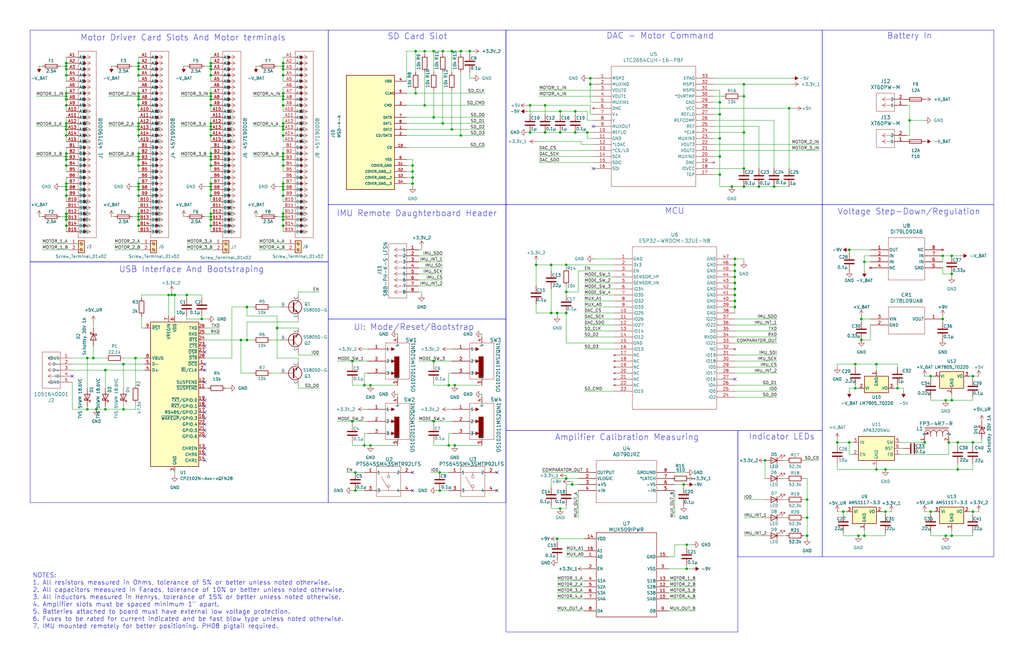
<source format=kicad_sch>
(kicad_sch (version 20231120) (generator "eeschema") (generator_version "8.0")
  (paper "B")
  (title_block (title "ORC Main Board") (date "2025-01-22") (rev "IR") (company "Weber State University") (comment 1 "Designer: Corbin Roennebeck") (comment 2 "Project: ORC"))
  (lib_symbols
    (symbol "Connector:Screw_Terminal_01x02" (pin_names (offset 1.016) hide)
      (property "Reference" "J" (at 0 2.54 0))
      (property "Value" "Screw_Terminal_01x02" (at 0 -5.08 0))
      (symbol "Screw_Terminal_01x02_1_1"
        (pin passive line (at -5.08 0 0) (length 3.81) (name "Pin_1") (number "1"))
        (pin passive line (at -5.08 -2.54 0) (length 3.81) (name "Pin_2") (number "2"))
      )
    )
    (symbol "Device:C" (pin_numbers hide) (pin_names (offset 0.254))
      (property "Reference" "C" (at 0.635 2.54 0))
      (property "Value" "C" (at 0.635 -2.54 0))
      (symbol "C_1_1"
        (pin passive line (at 0 3.81 270) (length 2.794) (name "~") (number "1"))
        (pin passive line (at 0 -3.81 90) (length 2.794) (name "~") (number "2"))
      )
    )
    (symbol "Device:D_Schottky" (pin_numbers hide) (pin_names (offset 1.016) hide)
      (property "Reference" "D" (at 0 2.54 0))
      (property "Value" "D_Schottky" (at 0 -2.54 0))
      (symbol "D_Schottky_1_1"
        (pin passive line (at -3.81 0 0) (length 2.54) (name "K") (number "1"))
        (pin passive line (at 3.81 0 180) (length 2.54) (name "A") (number "2"))
      )
    )
    (symbol "Device:Fuse" (pin_numbers hide) (pin_names (offset 0))
      (property "Reference" "F" (at 2.032 0 90))
      (property "Value" "Fuse" (at -1.905 0 90))
      (symbol "Fuse_1_1"
        (pin passive line (at 0 3.81 270) (length 1.27) (name "~") (number "1"))
        (pin passive line (at 0 -3.81 90) (length 1.27) (name "~") (number "2"))
      )
    )
    (symbol "Device:LED" (pin_numbers hide) (pin_names (offset 1.016) hide)
      (property "Reference" "D" (at 0 2.54 0))
      (property "Value" "LED" (at 0 -2.54 0))
      (symbol "LED_1_1"
        (pin passive line (at -3.81 0 0) (length 2.54) (name "K") (number "1"))
        (pin passive line (at 3.81 0 180) (length 2.54) (name "A") (number "2"))
      )
    )
    (symbol "Device:R" (pin_numbers hide) (pin_names (offset 0))
      (property "Reference" "R" (at 2.032 0 90))
      (property "Value" "R" (at 0 0 90))
      (symbol "R_1_1"
        (pin passive line (at 0 3.81 270) (length 1.27) (name "~") (number "1"))
        (pin passive line (at 0 -3.81 90) (length 1.27) (name "~") (number "2"))
      )
    )
    (symbol "Interface_USB:CP2102N-Axx-xQFN28"
      (property "Reference" "U" (at -8.89 31.75 0))
      (property "Value" "CP2102N-Axx-xQFN28" (at 12.7 31.75 0))
      (symbol "CP2102N-Axx-xQFN28_1_1"
        (pin input line (at 12.7 12.7 180) (length 2.54) (name "~{DCD}") (number "1"))
        (pin no_connect line (at -10.16 -27.94 0) (length 2.54) hide (name "NC") (number "10"))
        (pin output line (at 12.7 2.54 180) (length 2.54) (name "~{SUSPEND}") (number "11"))
        (pin output line (at 12.7 5.08 180) (length 2.54) (name "SUSPEND") (number "12"))
        (pin output line (at 12.7 -22.86 180) (length 2.54) (name "CHREN") (number "13"))
        (pin output line (at 12.7 -27.94 180) (length 2.54) (name "CHR1") (number "14"))
        (pin output line (at 12.7 -25.4 180) (length 2.54) (name "CHR0") (number "15"))
        (pin bidirectional line (at 12.7 -10.16 180) (length 2.54) (name "~{WAKEUP}/GPIO.3") (number "16"))
        (pin bidirectional line (at 12.7 -7.62 180) (length 2.54) (name "RS485/GPIO.2") (number "17"))
        (pin bidirectional line (at 12.7 -5.08 180) (length 2.54) (name "~{RXT}/GPIO.1") (number "18"))
        (pin bidirectional line (at 12.7 -2.54 180) (length 2.54) (name "~{TXT}/GPIO.0") (number "19"))
        (pin bidirectional line (at 12.7 10.16 180) (length 2.54) (name "~{RI}/CLK") (number "2"))
        (pin bidirectional line (at 12.7 -17.78 180) (length 2.54) (name "GPIO.6") (number "20"))
        (pin bidirectional line (at 12.7 -15.24 180) (length 2.54) (name "GPIO.5") (number "21"))
        (pin bidirectional line (at 12.7 -12.7 180) (length 2.54) (name "GPIO.4") (number "22"))
        (pin input line (at 12.7 20.32 180) (length 2.54) (name "~{CTS}") (number "23"))
        (pin output line (at 12.7 22.86 180) (length 2.54) (name "~{RTS}") (number "24"))
        (pin input line (at 12.7 25.4 180) (length 2.54) (name "RXD") (number "25"))
        (pin output line (at 12.7 27.94 180) (length 2.54) (name "TXD") (number "26"))
        (pin input line (at 12.7 17.78 180) (length 2.54) (name "~{DSR}") (number "27"))
        (pin output line (at 12.7 15.24 180) (length 2.54) (name "~{DTR}") (number "28"))
        (pin passive line (at 0 -33.02 90) (length 2.54) hide (name "GND") (number "29"))
        (pin power_in line (at 0 -33.02 90) (length 2.54) (name "GND") (number "3"))
        (pin bidirectional line (at -12.7 10.16 0) (length 2.54) (name "D+") (number "4"))
        (pin bidirectional line (at -12.7 12.7 0) (length 2.54) (name "D-") (number "5"))
        (pin power_in line (at 0 33.02 270) (length 2.54) (name "VDD") (number "6"))
        (pin power_in line (at -2.54 33.02 270) (length 2.54) (name "VREGIN") (number "7"))
        (pin input line (at -12.7 15.24 0) (length 2.54) (name "VBUS") (number "8"))
        (pin input line (at -12.7 27.94 0) (length 2.54) (name "~{RST}") (number "9"))
      )
    )
    (symbol "Regulator_Linear:AMS1117-3.3"
      (property "Reference" "U" (at -3.81 3.175 0))
      (property "Value" "AMS1117-3.3" (at 0 3.175 0))
      (symbol "AMS1117-3.3_1_1"
        (pin power_in line (at 0 -7.62 90) (length 2.54) (name "GND") (number "1"))
        (pin power_out line (at 7.62 0 180) (length 2.54) (name "VO") (number "2"))
        (pin power_in line (at -7.62 0 0) (length 2.54) (name "VI") (number "3"))
      )
    )
    (symbol "Regulator_Linear:LM7805_TO220" (pin_names (offset 0.254))
      (property "Reference" "U" (at -3.81 3.175 0))
      (property "Value" "LM7805_TO220" (at 0 3.175 0))
      (symbol "LM7805_TO220_1_1"
        (pin power_in line (at -7.62 0 0) (length 2.54) (name "VI") (number "1"))
        (pin power_in line (at 0 -7.62 90) (length 2.54) (name "GND") (number "2"))
        (pin power_out line (at 7.62 0 180) (length 2.54) (name "VO") (number "3"))
      )
    )
    (symbol "Regulator_Linear:LM7905_TO220" (pin_names (offset 0.254))
      (property "Reference" "U" (at -3.81 -3.175 0))
      (property "Value" "LM7905_TO220" (at 0 -3.175 0))
      (symbol "LM7905_TO220_1_1"
        (pin power_in line (at 0 7.62 270) (length 2.54) (name "GND") (number "1"))
        (pin power_in line (at -7.62 0 0) (length 2.54) (name "VI") (number "2"))
        (pin power_out line (at 7.62 0 180) (length 2.54) (name "VO") (number "3"))
      )
    )
    (symbol "Regulator_Switching:AP63205WU"
      (property "Reference" "U" (at -7.62 6.35 0))
      (property "Value" "AP63205WU" (at 2.54 6.35 0))
      (symbol "AP63205WU_1_1"
        (pin input line (at 10.16 -2.54 180) (length 2.54) (name "FB") (number "1"))
        (pin input line (at -10.16 -2.54 0) (length 2.54) (name "EN") (number "2"))
        (pin power_in line (at -10.16 2.54 0) (length 2.54) (name "IN") (number "3"))
        (pin power_in line (at 0 -7.62 90) (length 2.54) (name "GND") (number "4"))
        (pin output line (at 10.16 2.54 180) (length 2.54) (name "SW") (number "5"))
        (pin passive line (at 10.16 0 180) (length 2.54) (name "BST") (number "6"))
      )
    )
    (symbol "Simulation_SPICE:NPN" (pin_numbers hide) (pin_names (offset 0))
      (property "Reference" "Q" (at -2.54 7.62 0))
      (property "Value" "NPN" (at -2.54 5.08 0))
      (symbol "NPN_1_1"
        (pin open_collector line (at 2.54 5.08 270) (length 2.54) (name "C") (number "1"))
        (pin input line (at -5.08 0 0) (length 2.54) (name "B") (number "2"))
        (pin open_emitter line (at 2.54 -5.08 90) (length 2.54) (name "E") (number "3"))
      )
    )
    (symbol "Snapeda:1051640001" (pin_names (offset 0.254))
      (property "Reference" "J" (at 8.89 6.35 0))
      (property "Value" "1051640001" (at 0 0 0))
      (symbol "1051640001_1_1"
        (pin unspecified line (at 0 0 0) (length 5.08) (name "VBUS") (number "1"))
        (pin unspecified line (at 0 -2.54 0) (length 5.08) (name "D-") (number "2"))
        (pin unspecified line (at 0 -5.08 0) (length 5.08) (name "D+") (number "3"))
        (pin unspecified line (at 0 -7.62 0) (length 5.08) (name "ID") (number "4"))
        (pin power_out line (at 0 -10.16 0) (length 5.08) (name "GND") (number "5"))
      )
      (symbol "1051640001_1_2"
        (pin unspecified line (at 0 0 0) (length 5.08) (name "VBUS") (number "1"))
        (pin unspecified line (at 0 -2.54 0) (length 5.08) (name "D-") (number "2"))
        (pin unspecified line (at 0 -5.08 0) (length 5.08) (name "D+") (number "3"))
        (pin unspecified line (at 0 -7.62 0) (length 5.08) (name "ID") (number "4"))
        (pin power_out line (at 0 -10.16 0) (length 5.08) (name "GND") (number "5"))
      )
    )
    (symbol "Snapeda:457190008" (pin_names (offset 0.254))
      (property "Reference" "J" (at 8.89 6.35 0))
      (property "Value" "457190008" (at 0 0 0))
      (symbol "457190008_1_1"
        (pin unspecified line (at 0 0 0) (length 5.08) (name "A1") (number "A1"))
        (pin unspecified line (at 0 -22.86 0) (length 5.08) (name "A10") (number "A10"))
        (pin unspecified line (at 0 -25.4 0) (length 5.08) (name "A11") (number "A11"))
        (pin unspecified line (at 0 -27.94 0) (length 5.08) (name "A12") (number "A12"))
        (pin unspecified line (at 0 -30.48 0) (length 5.08) (name "A13") (number "A13"))
        (pin unspecified line (at 0 -33.02 0) (length 5.08) (name "A14") (number "A14"))
        (pin unspecified line (at 0 -35.56 0) (length 5.08) (name "A15") (number "A15"))
        (pin unspecified line (at 0 -2.54 0) (length 5.08) (name "A2") (number "A2"))
        (pin unspecified line (at 0 -5.08 0) (length 5.08) (name "A3") (number "A3"))
        (pin unspecified line (at 0 -7.62 0) (length 5.08) (name "A4") (number "A4"))
        (pin unspecified line (at 0 -10.16 0) (length 5.08) (name "A5") (number "A5"))
        (pin unspecified line (at 0 -12.7 0) (length 5.08) (name "A6") (number "A6"))
        (pin unspecified line (at 0 -15.24 0) (length 5.08) (name "A7") (number "A7"))
        (pin unspecified line (at 0 -17.78 0) (length 5.08) (name "A8") (number "A8"))
        (pin unspecified line (at 0 -20.32 0) (length 5.08) (name "A9") (number "A9"))
        (pin unspecified line (at 0 -38.1 0) (length 5.08) (name "B1") (number "B1"))
        (pin unspecified line (at 0 -60.96 0) (length 5.08) (name "B10") (number "B10"))
        (pin unspecified line (at 0 -63.5 0) (length 5.08) (name "B11") (number "B11"))
        (pin unspecified line (at 0 -66.04 0) (length 5.08) (name "B12") (number "B12"))
        (pin unspecified line (at 0 -68.58 0) (length 5.08) (name "B13") (number "B13"))
        (pin unspecified line (at 0 -71.12 0) (length 5.08) (name "B14") (number "B14"))
        (pin unspecified line (at 0 -73.66 0) (length 5.08) (name "B15") (number "B15"))
        (pin unspecified line (at 0 -40.64 0) (length 5.08) (name "B2") (number "B2"))
        (pin unspecified line (at 0 -43.18 0) (length 5.08) (name "B3") (number "B3"))
        (pin unspecified line (at 0 -45.72 0) (length 5.08) (name "B4") (number "B4"))
        (pin unspecified line (at 0 -48.26 0) (length 5.08) (name "B5") (number "B5"))
        (pin unspecified line (at 0 -50.8 0) (length 5.08) (name "B6") (number "B6"))
        (pin unspecified line (at 0 -53.34 0) (length 5.08) (name "B7") (number "B7"))
        (pin unspecified line (at 0 -55.88 0) (length 5.08) (name "B8") (number "B8"))
        (pin unspecified line (at 0 -58.42 0) (length 5.08) (name "B9") (number "B9"))
      )
      (symbol "457190008_1_2"
        (pin unspecified line (at 0 0 0) (length 5.08) (name "A1") (number "A1"))
        (pin unspecified line (at 0 -22.86 0) (length 5.08) (name "A10") (number "A10"))
        (pin unspecified line (at 0 -25.4 0) (length 5.08) (name "A11") (number "A11"))
        (pin unspecified line (at 0 -27.94 0) (length 5.08) (name "A12") (number "A12"))
        (pin unspecified line (at 0 -30.48 0) (length 5.08) (name "A13") (number "A13"))
        (pin unspecified line (at 0 -33.02 0) (length 5.08) (name "A14") (number "A14"))
        (pin unspecified line (at 0 -35.56 0) (length 5.08) (name "A15") (number "A15"))
        (pin unspecified line (at 0 -2.54 0) (length 5.08) (name "A2") (number "A2"))
        (pin unspecified line (at 0 -5.08 0) (length 5.08) (name "A3") (number "A3"))
        (pin unspecified line (at 0 -7.62 0) (length 5.08) (name "A4") (number "A4"))
        (pin unspecified line (at 0 -10.16 0) (length 5.08) (name "A5") (number "A5"))
        (pin unspecified line (at 0 -12.7 0) (length 5.08) (name "A6") (number "A6"))
        (pin unspecified line (at 0 -15.24 0) (length 5.08) (name "A7") (number "A7"))
        (pin unspecified line (at 0 -17.78 0) (length 5.08) (name "A8") (number "A8"))
        (pin unspecified line (at 0 -20.32 0) (length 5.08) (name "A9") (number "A9"))
        (pin unspecified line (at 0 -38.1 0) (length 5.08) (name "B1") (number "B1"))
        (pin unspecified line (at 0 -60.96 0) (length 5.08) (name "B10") (number "B10"))
        (pin unspecified line (at 0 -63.5 0) (length 5.08) (name "B11") (number "B11"))
        (pin unspecified line (at 0 -66.04 0) (length 5.08) (name "B12") (number "B12"))
        (pin unspecified line (at 0 -68.58 0) (length 5.08) (name "B13") (number "B13"))
        (pin unspecified line (at 0 -71.12 0) (length 5.08) (name "B14") (number "B14"))
        (pin unspecified line (at 0 -73.66 0) (length 5.08) (name "B15") (number "B15"))
        (pin unspecified line (at 0 -40.64 0) (length 5.08) (name "B2") (number "B2"))
        (pin unspecified line (at 0 -43.18 0) (length 5.08) (name "B3") (number "B3"))
        (pin unspecified line (at 0 -45.72 0) (length 5.08) (name "B4") (number "B4"))
        (pin unspecified line (at 0 -48.26 0) (length 5.08) (name "B5") (number "B5"))
        (pin unspecified line (at 0 -50.8 0) (length 5.08) (name "B6") (number "B6"))
        (pin unspecified line (at 0 -53.34 0) (length 5.08) (name "B7") (number "B7"))
        (pin unspecified line (at 0 -55.88 0) (length 5.08) (name "B8") (number "B8"))
        (pin unspecified line (at 0 -58.42 0) (length 5.08) (name "B9") (number "B9"))
      )
    )
    (symbol "Snapeda:AD790JRZ" (pin_names (offset 0.254))
      (property "Reference" "U" (at 25.4 10.16 0))
      (property "Value" "AD790JRZ" (at 25.4 7.62 0))
      (symbol "AD790JRZ_0_1"
        (pin output line (at 5.08 0 0) (length 7.62) (name "OUTPUT") (number "1"))
        (pin power_in line (at 5.08 -2.54 0) (length 7.62) (name "VLOGIC") (number "2"))
        (pin power_in line (at 5.08 -5.08 0) (length 7.62) (name "+VS") (number "3"))
        (pin input line (at 5.08 -7.62 0) (length 7.62) (name "+IN") (number "4"))
        (pin input line (at 45.72 -7.62 180) (length 7.62) (name "-IN") (number "5"))
        (pin power_in line (at 45.72 -5.08 180) (length 7.62) (name "-VS") (number "6"))
        (pin unspecified line (at 45.72 -2.54 180) (length 7.62) (name "*LATCH") (number "7"))
        (pin power_out line (at 45.72 0 180) (length 7.62) (name "GROUND") (number "8"))
      )
    )
    (symbol "Snapeda:ESP32-WROOM-32UE-N8" (pin_names (offset 0.254))
      (property "Reference" "U" (at 25.4 10.16 0))
      (property "Value" "ESP32-WROOM-32UE-N8" (at 25.4 7.62 0))
      (symbol "ESP32-WROOM-32UE-N8_0_1"
        (pin power_out line (at 0 0 0) (length 7.62) (name "GND") (number "1"))
        (pin bidirectional line (at 0 -22.86 0) (length 7.62) (name "IO25") (number "10"))
        (pin bidirectional line (at 0 -25.4 0) (length 7.62) (name "IO26") (number "11"))
        (pin bidirectional line (at 0 -27.94 0) (length 7.62) (name "IO27") (number "12"))
        (pin bidirectional line (at 0 -30.48 0) (length 7.62) (name "IO14") (number "13"))
        (pin bidirectional line (at 0 -33.02 0) (length 7.62) (name "IO12") (number "14"))
        (pin power_out line (at 0 -35.56 0) (length 7.62) (name "GND") (number "15"))
        (pin bidirectional line (at 0 -38.1 0) (length 7.62) (name "IO13") (number "16"))
        (pin no_connect line (at 0 -40.64 0) (length 7.62) (name "NC") (number "17"))
        (pin no_connect line (at 0 -43.18 0) (length 7.62) (name "NC") (number "18"))
        (pin no_connect line (at 0 -45.72 0) (length 7.62) (name "NC") (number "19"))
        (pin power_in line (at 0 -2.54 0) (length 7.62) (name "3V3") (number "2"))
        (pin no_connect line (at 0 -48.26 0) (length 7.62) (name "NC") (number "20"))
        (pin no_connect line (at 0 -50.8 0) (length 7.62) (name "NC") (number "21"))
        (pin no_connect line (at 0 -53.34 0) (length 7.62) (name "NC") (number "22"))
        (pin bidirectional line (at 0 -55.88 0) (length 7.62) (name "IO15") (number "23"))
        (pin bidirectional line (at 50.8 -58.42 180) (length 7.62) (name "IO2") (number "24"))
        (pin bidirectional line (at 50.8 -55.88 180) (length 7.62) (name "IO0") (number "25"))
        (pin bidirectional line (at 50.8 -53.34 180) (length 7.62) (name "IO4") (number "26"))
        (pin bidirectional line (at 50.8 -50.8 180) (length 7.62) (name "IO16") (number "27"))
        (pin bidirectional line (at 50.8 -48.26 180) (length 7.62) (name "IO17") (number "28"))
        (pin bidirectional line (at 50.8 -45.72 180) (length 7.62) (name "IO5") (number "29"))
        (pin input line (at 0 -5.08 0) (length 7.62) (name "EN") (number "3"))
        (pin bidirectional line (at 50.8 -43.18 180) (length 7.62) (name "IO18") (number "30"))
        (pin bidirectional line (at 50.8 -40.64 180) (length 7.62) (name "IO19") (number "31"))
        (pin no_connect line (at 50.8 -38.1 180) (length 7.62) (name "NC") (number "32"))
        (pin bidirectional line (at 50.8 -35.56 180) (length 7.62) (name "IO21") (number "33"))
        (pin bidirectional line (at 50.8 -33.02 180) (length 7.62) (name "RXD0") (number "34"))
        (pin bidirectional line (at 50.8 -30.48 180) (length 7.62) (name "D0") (number "35"))
        (pin bidirectional line (at 50.8 -27.94 180) (length 7.62) (name "IO22") (number "36"))
        (pin bidirectional line (at 50.8 -25.4 180) (length 7.62) (name "IO23") (number "37"))
        (pin power_out line (at 50.8 -22.86 180) (length 7.62) (name "GND") (number "38"))
        (pin power_out line (at 50.8 -20.32 180) (length 7.62) (name "GND") (number "39"))
        (pin input line (at 0 -7.62 0) (length 7.62) (name "SENSOR_VP") (number "4"))
        (pin power_out line (at 50.8 -17.78 180) (length 7.62) (name "GND") (number "40"))
        (pin power_out line (at 50.8 -15.24 180) (length 7.62) (name "GND") (number "41"))
        (pin power_out line (at 50.8 -12.7 180) (length 7.62) (name "GND") (number "42"))
        (pin power_out line (at 50.8 -10.16 180) (length 7.62) (name "GND") (number "43"))
        (pin power_out line (at 50.8 -7.62 180) (length 7.62) (name "GND") (number "44"))
        (pin power_out line (at 50.8 -5.08 180) (length 7.62) (name "GND") (number "45"))
        (pin power_out line (at 50.8 -2.54 180) (length 7.62) (name "GND") (number "46"))
        (pin power_out line (at 50.8 0 180) (length 7.62) (name "GND") (number "47"))
        (pin input line (at 0 -10.16 0) (length 7.62) (name "SENSOR_VN") (number "5"))
        (pin input line (at 0 -12.7 0) (length 7.62) (name "IO34") (number "6"))
        (pin input line (at 0 -15.24 0) (length 7.62) (name "IO35") (number "7"))
        (pin bidirectional line (at 0 -17.78 0) (length 7.62) (name "IO32") (number "8"))
        (pin bidirectional line (at 0 -20.32 0) (length 7.62) (name "IO33") (number "9"))
      )
    )
    (symbol "Snapeda:FP3-4R7-R" (pin_names (offset 0.254))
      (property "Reference" "L" (at 7.62 -1.27 0))
      (property "Value" "FP3-4R7-R" (at 7.62 -4.445 0))
      (symbol "FP3-4R7-R_1_1"
        (pin unspecified line (at 0 0 0) (length 2.54) (name "1") (number "1"))
        (pin unspecified line (at 0 -10.16 0) (length 2.54) (name "2") (number "2"))
      )
    )
    (symbol "Snapeda:L78L09ACUTR" (pin_names (offset 0.254))
      (property "Reference" "CR" (at 20.32 10.16 0))
      (property "Value" "L78L09ACUTR" (at 20.32 7.62 0))
      (symbol "L78L09ACUTR_0_1"
        (pin output line (at 5.08 0 0) (length 7.62) (name "VOUT") (number "1"))
        (pin power_out line (at 35.56 -2.54 180) (length 7.62) (name "GND") (number "2"))
        (pin input line (at 35.56 0 180) (length 7.62) (name "VIN") (number "3"))
      )
    )
    (symbol "Snapeda:L79L09ABD8" (pin_names (offset 0.254))
      (property "Reference" "U" (at 27.94 10.16 0))
      (property "Value" "L79L09ABD8" (at 27.94 7.62 0))
      (symbol "L79L09ABD8_0_1"
        (pin power_in line (at 12.7 0 0) (length 7.62) (name "OUT") (number "1"))
        (pin input line (at 12.7 -2.54 0) (length 7.62) (name "IN") (number "2"))
        (pin input line (at 12.7 -5.08 0) (length 7.62) (name "IN") (number "3"))
        (pin power_in line (at 43.18 -7.62 180) (length 7.62) (name "GND") (number "5"))
        (pin input line (at 43.18 -5.08 180) (length 7.62) (name "IN") (number "6"))
        (pin input line (at 43.18 -2.54 180) (length 7.62) (name "IN") (number "7"))
      )
      (symbol "L79L09ABD8_1_1"
        (pin no_connect line (at 12.7 -7.62 0) (length 7.62) (name "NC") (number "4"))
        (pin no_connect line (at 43.18 0 180) (length 7.62) (name "NC") (number "8"))
      )
    )
    (symbol "Snapeda:LTC2664CUH-16-PBF" (pin_names (offset 0.254))
      (property "Reference" "U" (at 25.4 10.16 0))
      (property "Value" "LTC2664CUH-16-PBF" (at 25.4 7.62 0))
      (symbol "LTC2664CUH-16-PBF_0_1"
        (pin unspecified line (at 0 0 0) (length 7.62) (name "MSP2") (number "1"))
        (pin output line (at 0 -22.86 0) (length 7.62) (name "REFLO") (number "10"))
        (pin power_out line (at 0 -25.4 0) (length 7.62) (name "GND") (number "11"))
        (pin unspecified line (at 0 -27.94 0) (length 7.62) (name "*LDAC") (number "12"))
        (pin input line (at 0 -30.48 0) (length 7.62) (name "*CS/LD") (number "13"))
        (pin input line (at 0 -33.02 0) (length 7.62) (name "SCK") (number "14"))
        (pin output line (at 0 -35.56 0) (length 7.62) (name "SDO") (number "15"))
        (pin input line (at 0 -38.1 0) (length 7.62) (name "SDI") (number "16"))
        (pin input line (at 50.8 -40.64 180) (length 7.62) (name "TGP") (number "17"))
        (pin power_in line (at 50.8 -38.1 180) (length 7.62) (name "IOVCC") (number "18"))
        (pin no_connect line (at 50.8 -35.56 180) (length 7.62) (name "DNC") (number "19"))
        (pin input line (at 0 -2.54 0) (length 7.62) (name "MUXIN0") (number "2"))
        (pin input line (at 50.8 -33.02 180) (length 7.62) (name "MUXIN2") (number "20"))
        (pin output line (at 50.8 -30.48 180) (length 7.62) (name "VOUT2") (number "21"))
        (pin output line (at 50.8 -27.94 180) (length 7.62) (name "VOUT3") (number "22"))
        (pin input line (at 50.8 -25.4 180) (length 7.62) (name "MUXIN3") (number "23"))
        (pin input line (at 50.8 -22.86 180) (length 7.62) (name "*CLR") (number "24"))
        (pin bidirectional line (at 50.8 -20.32 180) (length 7.62) (name "REF") (number "25"))
        (pin unspecified line (at 50.8 -17.78 180) (length 7.62) (name "REFCOMP") (number "26"))
        (pin output line (at 50.8 -15.24 180) (length 7.62) (name "REFLO") (number "27"))
        (pin power_in line (at 50.8 -12.7 180) (length 7.62) (name "VCC") (number "28"))
        (pin power_out line (at 50.8 -10.16 180) (length 7.62) (name "GND") (number "29"))
        (pin output line (at 0 -5.08 0) (length 7.62) (name "VOUT0") (number "3"))
        (pin output line (at 50.8 -7.62 180) (length 7.62) (name "*OVRTMP") (number "30"))
        (pin unspecified line (at 50.8 -5.08 180) (length 7.62) (name "MSP0") (number "31"))
        (pin unspecified line (at 50.8 -2.54 180) (length 7.62) (name "MSP1") (number "32"))
        (pin unspecified line (at 50.8 0 180) (length 7.62) (name "EPAD") (number "33"))
        (pin output line (at 0 -7.62 0) (length 7.62) (name "VOUT1") (number "4"))
        (pin input line (at 0 -10.16 0) (length 7.62) (name "MUXIN1") (number "5"))
        (pin no_connect line (at 0 -12.7 0) (length 7.62) (name "DNC") (number "6"))
        (pin power_in line (at 0 -15.24 0) (length 7.62) (name "V+") (number "7"))
        (pin power_in line (at 0 -17.78 0) (length 7.62) (name "V") (number "8"))
        (pin output line (at 0 -20.32 0) (length 7.62) (name "MUXOUT") (number "9"))
      )
    )
    (symbol "Snapeda:MSD-4-A" (pin_names (offset 1.016))
      (property "Reference" "J" (at -10.16 21.082 0))
      (property "Value" "MSD-4-A" (at -10.16 -30.48 0))
      (symbol "MSD-4-A_0_0"
        (pin bidirectional line (at -15.24 -2.54 0) (length 5.08) (name "DAT2") (number "1"))
        (pin bidirectional line (at -15.24 -5.08 0) (length 5.08) (name "CD/DAT3") (number "2"))
        (pin bidirectional line (at -15.24 7.62 0) (length 5.08) (name "CMD") (number "3"))
        (pin power_in line (at -15.24 17.78 0) (length 5.08) (name "VDD") (number "4"))
        (pin input clock (at -15.24 12.7 0) (length 5.08) (name "CLK") (number "5"))
        (pin power_in line (at -15.24 -15.24 0) (length 5.08) (name "VSS") (number "6"))
        (pin bidirectional line (at -15.24 2.54 0) (length 5.08) (name "DAT0") (number "7"))
        (pin bidirectional line (at -15.24 0 0) (length 5.08) (name "DAT1") (number "8"))
        (pin passive line (at -15.24 -10.16 0) (length 5.08) (name "CD") (number "CD"))
        (pin power_in line (at -15.24 -17.78 0) (length 5.08) (name "COVER_GND") (number "G1"))
        (pin power_in line (at -15.24 -20.32 0) (length 5.08) (name "COVER_GND__1") (number "G2"))
        (pin power_in line (at -15.24 -22.86 0) (length 5.08) (name "COVER_GND__2") (number "G3"))
        (pin power_in line (at -15.24 -25.4 0) (length 5.08) (name "COVER_GND__3") (number "G4"))
      )
    )
    (symbol "Snapeda:MUX509IPWR" (pin_names (offset 0.254))
      (property "Reference" "U" (at 0 2.54 0))
      (property "Value" "MUX509IPWR" (at 0 0 0))
      (symbol "MUX509IPWR_0_1"
        (pin input line (at -17.78 12.7 0) (length 5.08) (name "A0") (number "1"))
        (pin bidirectional line (at 17.78 -5.08 180) (length 5.08) (name "S4B") (number "10"))
        (pin bidirectional line (at 17.78 -2.54 180) (length 5.08) (name "S3B") (number "11"))
        (pin bidirectional line (at 17.78 0 180) (length 5.08) (name "S2B") (number "12"))
        (pin bidirectional line (at 17.78 2.54 180) (length 5.08) (name "S1B") (number "13"))
        (pin power_in line (at -17.78 20.32 0) (length 5.08) (name "VDD") (number "14"))
        (pin power_in line (at 17.78 12.7 180) (length 5.08) (name "GND") (number "15"))
        (pin input line (at -17.78 15.24 0) (length 5.08) (name "A1") (number "16"))
        (pin input line (at -17.78 7.62 0) (length 5.08) (name "EN") (number "2"))
        (pin power_in line (at 17.78 7.62 180) (length 5.08) (name "VSS") (number "3"))
        (pin bidirectional line (at -17.78 2.54 0) (length 5.08) (name "S1A") (number "4"))
        (pin bidirectional line (at -17.78 0 0) (length 5.08) (name "S2A") (number "5"))
        (pin bidirectional line (at -17.78 -2.54 0) (length 5.08) (name "S3A") (number "6"))
        (pin bidirectional line (at -17.78 -5.08 0) (length 5.08) (name "S4A") (number "7"))
        (pin bidirectional line (at -17.78 -10.16 0) (length 5.08) (name "DA") (number "8"))
        (pin bidirectional line (at 17.78 -10.16 180) (length 5.08) (name "DB") (number "9"))
      )
    )
    (symbol "Snapeda:OS102011MS2QN1" (pin_names (offset 0.254))
      (property "Reference" "SW" (at 13.97 8.255 0))
      (property "Value" "OS102011MS2QN1" (at 20.32 5.08 0))
      (symbol "OS102011MS2QN1_0_0"
        (pin unspecified line (at 12.7 5.08 270) (length 2.54) (name "4") (number "4"))
        (pin unspecified line (at 12.7 -15.24 90) (length 2.54) (name "5") (number "5"))
      )
      (symbol "OS102011MS2QN1_0_1"
        (pin unspecified line (at 0 0 0) (length 7.62) (name "1") (number "1"))
        (pin unspecified line (at 0 -5.08 0) (length 7.62) (name "2") (number "2"))
        (pin unspecified line (at 0 -10.16 0) (length 7.62) (name "3") (number "3"))
      )
    )
    (symbol "Snapeda:PTS645SM43SMTR92LFS" (pin_names (offset 0.254))
      (property "Reference" "U" (at 20.32 7.62 0))
      (property "Value" "PTS645SM43SMTR92LFS" (at 20.32 5.08 0))
      (symbol "PTS645SM43SMTR92LFS_0_1"
        (pin unspecified line (at 10.16 0 0) (length 5.08) (name "1") (number "1"))
        (pin unspecified line (at 30.48 0 180) (length 5.08) (name "2") (number "2"))
        (pin unspecified line (at 10.16 -7.62 0) (length 5.08) (name "3") (number "3"))
        (pin unspecified line (at 30.48 -7.62 180) (length 5.08) (name "4") (number "4"))
      )
    )
    (symbol "Snapeda:S8B-PH-K-S_LFSN" (pin_names (offset 0.254))
      (property "Reference" "J" (at 8.89 6.35 0))
      (property "Value" "S8B-PH-K-S LFSN" (at 0 0 0))
      (symbol "S8B-PH-K-S_LFSN_1_1"
        (pin unspecified line (at 0 0 0) (length 5.08) (name "1") (number "1"))
        (pin unspecified line (at 0 -2.54 0) (length 5.08) (name "2") (number "2"))
        (pin unspecified line (at 0 -5.08 0) (length 5.08) (name "3") (number "3"))
        (pin unspecified line (at 0 -7.62 0) (length 5.08) (name "4") (number "4"))
        (pin unspecified line (at 0 -10.16 0) (length 5.08) (name "5") (number "5"))
        (pin unspecified line (at 0 -12.7 0) (length 5.08) (name "6") (number "6"))
        (pin unspecified line (at 0 -15.24 0) (length 5.08) (name "7") (number "7"))
        (pin unspecified line (at 0 -17.78 0) (length 5.08) (name "8") (number "8"))
      )
      (symbol "S8B-PH-K-S_LFSN_1_2"
        (pin unspecified line (at 0 0 0) (length 5.08) (name "1") (number "1"))
        (pin unspecified line (at 0 -2.54 0) (length 5.08) (name "2") (number "2"))
        (pin unspecified line (at 0 -5.08 0) (length 5.08) (name "3") (number "3"))
        (pin unspecified line (at 0 -7.62 0) (length 5.08) (name "4") (number "4"))
        (pin unspecified line (at 0 -10.16 0) (length 5.08) (name "5") (number "5"))
        (pin unspecified line (at 0 -12.7 0) (length 5.08) (name "6") (number "6"))
        (pin unspecified line (at 0 -15.24 0) (length 5.08) (name "7") (number "7"))
        (pin unspecified line (at 0 -17.78 0) (length 5.08) (name "8") (number "8"))
      )
    )
    (symbol "Snapeda:XT60PW-M" (pin_names (offset 0.254))
      (property "Reference" "J" (at 8.89 6.35 0))
      (property "Value" "XT60PW-M" (at 0 0 0))
      (symbol "XT60PW-M_1_1"
        (pin unspecified line (at 0 0 0) (length 5.08) (name "1") (number "1"))
        (pin unspecified line (at 0 -2.54 0) (length 5.08) (name "2") (number "2"))
      )
      (symbol "XT60PW-M_1_2"
        (pin unspecified line (at 0 0 0) (length 5.08) (name "1") (number "1"))
        (pin unspecified line (at 0 -2.54 0) (length 5.08) (name "2") (number "2"))
      )
    )
    (symbol "power:+3.3V" (power) (pin_numbers hide) (pin_names (offset 0) hide)
      (property "Value" "+3.3V" (at 0 3.556 0))
      (symbol "+3.3V_1_1"
        (pin power_in line (at 0 0 90) (length 0) (name "~") (number "1"))
      )
    )
    (symbol "power:+5V" (power) (pin_numbers hide) (pin_names (offset 0) hide)
      (property "Value" "+5V" (at 0 3.556 0))
      (symbol "+5V_1_1"
        (pin power_in line (at 0 0 90) (length 0) (name "~") (number "1"))
      )
    )
    (symbol "power:+9V" (power) (pin_numbers hide) (pin_names (offset 0) hide)
      (property "Value" "+9V" (at 0 3.556 0))
      (symbol "+9V_1_1"
        (pin power_in line (at 0 0 90) (length 0) (name "~") (number "1"))
      )
    )
    (symbol "power:-5V" (power) (pin_numbers hide) (pin_names (offset 0) hide)
      (property "Value" "-5V" (at 0 3.556 0))
      (symbol "-5V_0_0"
        (pin power_in line (at 0 0 90) (length 0) (name "~") (number "1"))
      )
    )
    (symbol "power:-9V" (power) (pin_numbers hide) (pin_names (offset 0) hide)
      (property "Value" "-9V" (at 0 3.556 0))
      (symbol "-9V_1_1"
        (pin power_in line (at 0 0 90) (length 0) (name "~") (number "1"))
      )
    )
    (symbol "power:GND" (power) (pin_numbers hide) (pin_names (offset 0) hide)
      (property "Value" "GND" (at 0 -3.81 0))
      (symbol "GND_1_1"
        (pin power_in line (at 0 0 270) (length 0) (name "~") (number "1"))
      )
    )
    (symbol "power:VD" (power) (pin_numbers hide) (pin_names (offset 0) hide)
      (property "Value" "VD" (at 0 3.556 0))
      (symbol "VD_1_1"
        (pin power_in line (at 0 0 90) (length 0) (name "~") (number "1"))
      )
    )
  )
  (junction (at 88.9 41.91))
  (junction (at 182.88 21.59))
  (junction (at 360.68 163.83))
  (junction (at 148.59 177.8))
  (junction (at 189.23 162.56))
  (junction (at 58.42 41.91))
  (junction (at 173.99 77.47))
  (junction (at 78.74 124.46))
  (junction (at 27.94 67.31))
  (junction (at 44.45 172.72))
  (junction (at 247.65 55.88))
  (junction (at 242.57 55.88))
  (junction (at 369.57 153.67))
  (junction (at 119.38 31.75))
  (junction (at 309.88 124.46))
  (junction (at 398.78 168.91))
  (junction (at 378.46 163.83))
  (junction (at 27.94 26.67))
  (junction (at 223.52 44.45))
  (junction (at 313.69 71.12))
  (junction (at 234.95 132.08))
  (junction (at 27.94 64.77))
  (junction (at 194.31 21.59))
  (junction (at 119.38 90.17))
  (junction (at 52.07 153.67))
  (junction (at 175.26 21.59))
  (junction (at 88.9 27.94))
  (junction (at 58.42 39.37))
  (junction (at 119.38 27.94))
  (junction (at 182.88 49.53))
  (junction (at 397.51 107.95))
  (junction (at 173.99 69.85))
  (junction (at 58.42 53.34))
  (junction (at 232.41 111.76))
  (junction (at 119.38 53.34))
  (junction (at 238.76 201.93))
  (junction (at 242.57 46.99))
  (junction (at 156.21 162.56))
  (junction (at 313.69 55.88))
  (junction (at 88.9 80.01))
  (junction (at 410.21 158.75))
  (junction (at 322.58 194.31))
  (junction (at 73.66 124.46))
  (junction (at 400.05 186.69))
  (junction (at 182.88 152.4))
  (junction (at 410.21 186.69))
  (junction (at 119.38 44.45))
  (junction (at 57.15 151.13))
  (junction (at 27.94 44.45))
  (junction (at 303.53 66.04))
  (junction (at 119.38 69.85))
  (junction (at 36.83 172.72))
  (junction (at 119.38 77.47))
  (junction (at 27.94 77.47))
  (junction (at 58.42 52.07))
  (junction (at 58.42 82.55))
  (junction (at 119.38 41.91))
  (junction (at 403.86 198.12))
  (junction (at 88.9 77.47))
  (junction (at 248.92 33.02))
  (junction (at 88.9 67.31))
  (junction (at 289.56 229.87))
  (junction (at 238.76 132.08))
  (junction (at 88.9 53.34))
  (junction (at 313.69 78.74))
  (junction (at 27.94 66.04))
  (junction (at 27.94 29.21))
  (junction (at 27.94 52.07))
  (junction (at 226.06 111.76))
  (junction (at 58.42 91.44))
  (junction (at 309.88 111.76))
  (junction (at 27.94 54.61))
  (junction (at 58.42 90.17))
  (junction (at 185.42 207.01))
  (junction (at 241.3 204.47))
  (junction (at 58.42 80.01))
  (junction (at 88.9 54.61))
  (junction (at 232.41 132.08))
  (junction (at 179.07 21.59))
  (junction (at 340.36 218.44))
  (junction (at 88.9 57.15))
  (junction (at 88.9 78.74))
  (junction (at 229.87 44.45))
  (junction (at 149.86 199.39))
  (junction (at 88.9 39.37))
  (junction (at 234.95 227.33))
  (junction (at 101.6 143.51))
  (junction (at 27.94 40.64))
  (junction (at 182.88 177.8))
  (junction (at 355.6 215.9))
  (junction (at 179.07 44.45))
  (junction (at 358.14 105.41))
  (junction (at 308.61 78.74))
  (junction (at 198.12 21.59))
  (junction (at 364.49 110.49))
  (junction (at 148.59 152.4))
  (junction (at 401.32 107.95))
  (junction (at 403.86 186.69))
  (junction (at 88.9 40.64))
  (junction (at 58.42 77.47))
  (junction (at 119.38 54.61))
  (junction (at 27.94 31.75))
  (junction (at 363.22 143.51))
  (junction (at 191.77 162.56))
  (junction (at 361.95 226.06))
  (junction (at 309.88 127))
  (junction (at 116.84 138.43))
  (junction (at 190.5 21.59))
  (junction (at 119.38 52.07))
  (junction (at 303.53 43.18))
  (junction (at 303.53 73.66))
  (junction (at 353.06 186.69))
  (junction (at 88.9 52.07))
  (junction (at 332.74 45.72))
  (junction (at 119.38 82.55))
  (junction (at 88.9 31.75))
  (junction (at 88.9 82.55))
  (junction (at 119.38 95.25))
  (junction (at 156.21 187.96))
  (junction (at 88.9 44.45))
  (junction (at 340.36 226.06))
  (junction (at 119.38 92.71))
  (junction (at 58.42 57.15))
  (junction (at 58.42 26.67))
  (junction (at 58.42 54.61))
  (junction (at 153.67 162.56))
  (junction (at 119.38 57.15))
  (junction (at 383.54 50.8))
  (junction (at 309.88 129.54))
  (junction (at 369.57 198.12))
  (junction (at 236.22 214.63))
  (junction (at 58.42 95.25))
  (junction (at 309.88 114.3))
  (junction (at 27.94 91.44))
  (junction (at 27.94 69.85))
  (junction (at 175.26 39.37))
  (junction (at 88.9 95.25))
  (junction (at 288.29 204.47))
  (junction (at 119.38 67.31))
  (junction (at 186.69 52.07))
  (junction (at 248.92 35.56))
  (junction (at 364.49 226.06))
  (junction (at 27.94 82.55))
  (junction (at 27.94 57.15))
  (junction (at 238.76 111.76))
  (junction (at 58.42 64.77))
  (junction (at 119.38 80.01))
  (junction (at 27.94 80.01))
  (junction (at 119.38 40.64))
  (junction (at 190.5 54.61))
  (junction (at 119.38 78.74))
  (junction (at 27.94 92.71))
  (junction (at 358.14 186.69))
  (junction (at 58.42 78.74))
  (junction (at 85.09 134.62))
  (junction (at 173.99 74.93))
  (junction (at 186.69 21.59))
  (junction (at 44.45 156.21))
  (junction (at 72.39 124.46))
  (junction (at 27.94 78.74))
  (junction (at 363.22 134.62))
  (junction (at 119.38 39.37))
  (junction (at 373.38 198.12))
  (junction (at 88.9 29.21))
  (junction (at 71.12 124.46))
  (junction (at 104.14 129.54))
  (junction (at 52.07 172.72))
  (junction (at 340.36 210.82))
  (junction (at 373.38 215.9))
  (junction (at 58.42 40.64))
  (junction (at 401.32 168.91))
  (junction (at 289.56 240.03))
  (junction (at 309.88 119.38))
  (junction (at 88.9 90.17))
  (junction (at 27.94 39.37))
  (junction (at 236.22 46.99))
  (junction (at 309.88 109.22))
  (junction (at 27.94 41.91))
  (junction (at 88.9 66.04))
  (junction (at 309.88 116.84))
  (junction (at 236.22 55.88))
  (junction (at 392.43 215.9))
  (junction (at 313.69 35.56))
  (junction (at 320.04 78.74))
  (junction (at 58.42 92.71))
  (junction (at 104.14 143.51))
  (junction (at 119.38 66.04))
  (junction (at 149.86 207.01))
  (junction (at 410.21 215.9))
  (junction (at 119.38 64.77))
  (junction (at 401.32 226.06))
  (junction (at 397.51 134.62))
  (junction (at 27.94 53.34))
  (junction (at 189.23 187.96))
  (junction (at 36.83 151.13))
  (junction (at 58.42 29.21))
  (junction (at 27.94 95.25))
  (junction (at 303.53 48.26))
  (junction (at 58.42 31.75))
  (junction (at 39.37 151.13))
  (junction (at 58.42 69.85))
  (junction (at 194.31 57.15))
  (junction (at 153.67 187.96))
  (junction (at 27.94 27.94))
  (junction (at 360.68 153.67))
  (junction (at 88.9 26.67))
  (junction (at 313.69 40.64))
  (junction (at 27.94 90.17))
  (junction (at 238.76 123.19))
  (junction (at 398.78 226.06))
  (junction (at 119.38 29.21))
  (junction (at 229.87 55.88))
  (junction (at 303.53 58.42))
  (junction (at 401.32 115.57))
  (junction (at 88.9 92.71))
  (junction (at 223.52 55.88))
  (junction (at 58.42 66.04))
  (junction (at 119.38 26.67))
  (junction (at 185.42 199.39))
  (junction (at 88.9 64.77))
  (junction (at 58.42 27.94))
  (junction (at 88.9 69.85))
  (junction (at 326.39 78.74))
  (junction (at 191.77 187.96))
  (junction (at 40.64 172.72))
  (junction (at 58.42 44.45))
  (junction (at 389.89 186.69))
  (junction (at 119.38 91.44))
  (junction (at 88.9 91.44))
  (junction (at 58.42 67.31))
  (junction (at 309.88 121.92))
  (junction (at 173.99 72.39))
  (junction (at 392.43 158.75))
  (no_connect (at 86.36 168.91))
  (no_connect (at 173.99 207.01))
  (no_connect (at 86.36 194.31))
  (no_connect (at 86.36 171.45))
  (no_connect (at 86.36 176.53))
  (no_connect (at 309.88 160.02))
  (no_connect (at 250.19 71.12))
  (no_connect (at 86.36 179.07))
  (no_connect (at 86.36 156.21))
  (no_connect (at 173.99 199.39))
  (no_connect (at 209.55 207.01))
  (no_connect (at 86.36 173.99))
  (no_connect (at 209.55 199.39))
  (no_connect (at 86.36 146.05))
  (no_connect (at 86.36 148.59))
  (no_connect (at 86.36 153.67))
  (no_connect (at 86.36 181.61))
  (no_connect (at 86.36 189.23))
  (no_connect (at 250.19 53.34))
  (no_connect (at 30.48 158.75))
  (no_connect (at 86.36 184.15))
  (no_connect (at 86.36 191.77))
  (no_connect (at 86.36 161.29))
  (wire (pts (xy 369.57 153.67) (xy 360.68 153.67)))
  (wire (pts (xy 322.58 194.31) (xy 322.58 201.93)))
  (wire (pts (xy 153.67 182.88) (xy 153.67 187.96)))
  (wire (pts (xy 246.38 132.08) (xy 259.08 132.08)))
  (wire (pts (xy 78.74 133.35) (xy 78.74 134.62)))
  (wire (pts (xy 194.31 21.59) (xy 190.5 21.59)))
  (wire (pts (xy 204.47 52.07) (xy 186.69 52.07)))
  (wire (pts (xy 86.36 151.13) (xy 97.79 151.13)))
  (wire (pts (xy 57.15 151.13) (xy 57.15 162.56)))
  (wire (pts (xy 246.38 119.38) (xy 259.08 119.38)))
  (wire (pts (xy 119.38 54.61) (xy 119.38 57.15)))
  (wire (pts (xy 27.94 39.37) (xy 27.94 40.64)))
  (wire (pts (xy 392.43 224.79) (xy 392.43 226.06)))
  (wire (pts (xy 119.38 41.91) (xy 119.38 44.45)))
  (wire (pts (xy 87.63 163.83) (xy 86.36 163.83)))
  (wire (pts (xy 234.95 245.11) (xy 246.38 245.11)))
  (wire (pts (xy 288.29 204.47) (xy 289.56 204.47)))
  (wire (pts (xy 58.42 77.47) (xy 58.42 78.74)))
  (wire (pts (xy 189.23 182.88) (xy 189.23 187.96)))
  (wire (pts (xy 236.22 214.63) (xy 232.41 214.63)))
  (wire (pts (xy 232.41 111.76) (xy 238.76 111.76)))
  (wire (pts (xy 383.54 50.8) (xy 383.54 57.15)))
  (wire (pts (xy 234.95 252.73) (xy 246.38 252.73)))
  (wire (pts (xy 104.14 129.54) (xy 106.68 129.54)))
  (wire (pts (xy 289.56 201.93) (xy 290.83 201.93)))
  (wire (pts (xy 229.87 55.88) (xy 236.22 55.88)))
  (wire (pts (xy 238.76 123.19) (xy 238.76 124.46)))
  (wire (pts (xy 39.37 146.05) (xy 39.37 151.13)))
  (wire (pts (xy 88.9 67.31) (xy 88.9 69.85)))
  (wire (pts (xy 204.47 57.15) (xy 194.31 57.15)))
  (wire (pts (xy 189.23 157.48) (xy 189.23 162.56)))
  (wire (pts (xy 88.9 95.25) (xy 88.9 97.79)))
  (wire (pts (xy 119.38 67.31) (xy 119.38 69.85)))
  (wire (pts (xy 397.51 107.95) (xy 397.51 110.49)))
  (wire (pts (xy 356.87 215.9) (xy 355.6 215.9)))
  (wire (pts (xy 309.88 149.86) (xy 327.66 149.86)))
  (wire (pts (xy 246.38 116.84) (xy 259.08 116.84)))
  (wire (pts (xy 58.42 82.55) (xy 58.42 85.09)))
  (wire (pts (xy 227.33 68.58) (xy 250.19 68.58)))
  (wire (pts (xy 378.46 163.83) (xy 381 163.83)))
  (wire (pts (xy 241.3 204.47) (xy 243.84 204.47)))
  (wire (pts (xy 309.88 121.92) (xy 309.88 124.46)))
  (wire (pts (xy 232.41 111.76) (xy 232.41 114.3)))
  (wire (pts (xy 71.12 124.46) (xy 71.12 133.35)))
  (wire (pts (xy 58.42 44.45) (xy 58.42 46.99)))
  (wire (pts (xy 189.23 172.72) (xy 190.5 172.72)))
  (wire (pts (xy 88.9 91.44) (xy 88.9 92.71)))
  (wire (pts (xy 360.68 153.67) (xy 360.68 154.94)))
  (wire (pts (xy 58.42 26.67) (xy 58.42 27.94)))
  (wire (pts (xy 309.88 142.24) (xy 327.66 142.24)))
  (wire (pts (xy 313.69 210.82) (xy 322.58 210.82)))
  (wire (pts (xy 55.88 78.74) (xy 58.42 78.74)))
  (wire (pts (xy 156.21 162.56) (xy 167.64 162.56)))
  (wire (pts (xy 186.69 113.03) (xy 176.53 113.03)))
  (wire (pts (xy 182.88 162.56) (xy 182.88 161.29)))
  (wire (pts (xy 246.38 127) (xy 259.08 127)))
  (wire (pts (xy 410.21 186.69) (xy 403.86 186.69)))
  (wire (pts (xy 119.38 77.47) (xy 119.38 78.74)))
  (wire (pts (xy 109.22 27.94) (xy 107.95 27.94)))
  (wire (pts (xy 284.48 218.44) (xy 284.48 207.01)))
  (wire (pts (xy 229.87 44.45) (xy 248.92 44.45)))
  (wire (pts (xy 283.21 201.93) (xy 284.48 201.93)))
  (wire (pts (xy 309.88 111.76) (xy 309.88 114.3)))
  (wire (pts (xy 373.38 198.12) (xy 403.86 198.12)))
  (wire (pts (xy 259.08 111.76) (xy 238.76 111.76)))
  (wire (pts (xy 125.73 163.83) (xy 134.62 163.83)))
  (wire (pts (xy 76.2 40.64) (xy 88.9 40.64)))
  (wire (pts (xy 223.52 55.88) (xy 229.87 55.88)))
  (wire (pts (xy 30.48 172.72) (xy 36.83 172.72)))
  (wire (pts (xy 146.05 199.39) (xy 149.86 199.39)))
  (wire (pts (xy 243.84 218.44) (xy 243.84 207.01)))
  (wire (pts (xy 186.69 21.59) (xy 182.88 21.59)))
  (wire (pts (xy 364.49 107.95) (xy 364.49 110.49)))
  (wire (pts (xy 369.57 198.12) (xy 373.38 198.12)))
  (wire (pts (xy 57.15 151.13) (xy 60.96 151.13)))
  (wire (pts (xy 106.68 157.48) (xy 101.6 157.48)))
  (wire (pts (xy 331.47 226.06) (xy 330.2 226.06)))
  (wire (pts (xy 78.74 105.41) (xy 90.17 105.41)))
  (wire (pts (xy 171.45 21.59) (xy 175.26 21.59)))
  (wire (pts (xy 27.94 53.34) (xy 27.94 54.61)))
  (wire (pts (xy 88.9 92.71) (xy 88.9 95.25)))
  (wire (pts (xy 313.69 55.88) (xy 313.69 71.12)))
  (wire (pts (xy 104.14 143.51) (xy 106.68 143.51)))
  (wire (pts (xy 363.22 134.62) (xy 363.22 135.89)))
  (wire (pts (xy 182.88 49.53) (xy 171.45 49.53)))
  (wire (pts (xy 367.03 107.95) (xy 364.49 107.95)))
  (wire (pts (xy 88.9 62.23) (xy 88.9 64.77)))
  (wire (pts (xy 88.9 80.01) (xy 88.9 82.55)))
  (wire (pts (xy 17.78 102.87) (xy 29.21 102.87)))
  (wire (pts (xy 236.22 55.88) (xy 242.57 55.88)))
  (wire (pts (xy 238.76 204.47) (xy 241.3 204.47)))
  (wire (pts (xy 60.96 156.21) (xy 44.45 156.21)))
  (wire (pts (xy 358.14 105.41) (xy 358.14 106.68)))
  (wire (pts (xy 167.64 166.37) (xy 167.64 167.64)))
  (wire (pts (xy 109.22 105.41) (xy 120.65 105.41)))
  (wire (pts (xy 86.36 143.51) (xy 101.6 143.51)))
  (wire (pts (xy 88.9 52.07) (xy 88.9 53.34)))
  (wire (pts (xy 27.94 80.01) (xy 27.94 82.55)))
  (wire (pts (xy 355.6 226.06) (xy 361.95 226.06)))
  (wire (pts (xy 234.95 237.49) (xy 234.95 236.22)))
  (wire (pts (xy 173.99 77.47) (xy 171.45 77.47)))
  (wire (pts (xy 247.65 50.8) (xy 247.65 46.99)))
  (wire (pts (xy 204.47 39.37) (xy 175.26 39.37)))
  (wire (pts (xy 36.83 163.83) (xy 36.83 151.13)))
  (wire (pts (xy 116.84 27.94) (xy 119.38 27.94)))
  (wire (pts (xy 48.26 27.94) (xy 46.99 27.94)))
  (wire (pts (xy 125.73 134.62) (xy 125.73 135.89)))
  (wire (pts (xy 234.95 227.33) (xy 246.38 227.33)))
  (wire (pts (xy 153.67 172.72) (xy 154.94 172.72)))
  (wire (pts (xy 86.36 27.94) (xy 88.9 27.94)))
  (wire (pts (xy 58.42 92.71) (xy 58.42 95.25)))
  (wire (pts (xy 358.14 165.1) (xy 358.14 163.83)))
  (wire (pts (xy 326.39 78.74) (xy 332.74 78.74)))
  (wire (pts (xy 227.33 63.5) (xy 250.19 63.5)))
  (wire (pts (xy 331.47 194.31) (xy 330.2 194.31)))
  (wire (pts (xy 57.15 151.13) (xy 52.07 151.13)))
  (wire (pts (xy 119.38 91.44) (xy 119.38 92.71)))
  (wire (pts (xy 313.69 78.74) (xy 308.61 78.74)))
  (wire (pts (xy 309.88 116.84) (xy 309.88 119.38)))
  (wire (pts (xy 373.38 215.9) (xy 375.92 215.9)))
  (wire (pts (xy 25.4 27.94) (xy 27.94 27.94)))
  (wire (pts (xy 107.95 91.44) (xy 109.22 91.44)))
  (wire (pts (xy 360.68 163.83) (xy 361.95 163.83)))
  (wire (pts (xy 190.5 21.59) (xy 190.5 30.48)))
  (wire (pts (xy 25.4 91.44) (xy 27.94 91.44)))
  (wire (pts (xy 25.4 78.74) (xy 27.94 78.74)))
  (wire (pts (xy 71.12 124.46) (xy 59.69 124.46)))
  (wire (pts (xy 313.69 110.49) (xy 313.69 109.22)))
  (wire (pts (xy 88.9 69.85) (xy 88.9 72.39)))
  (wire (pts (xy 410.21 215.9) (xy 412.75 215.9)))
  (wire (pts (xy 119.38 24.13) (xy 119.38 26.67)))
  (wire (pts (xy 281.94 250.19) (xy 293.37 250.19)))
  (wire (pts (xy 109.22 102.87) (xy 120.65 102.87)))
  (wire (pts (xy 227.33 40.64) (xy 250.19 40.64)))
  (wire (pts (xy 204.47 54.61) (xy 190.5 54.61)))
  (wire (pts (xy 106.68 40.64) (xy 119.38 40.64)))
  (wire (pts (xy 182.88 38.1) (xy 182.88 49.53)))
  (wire (pts (xy 284.48 199.39) (xy 289.56 199.39)))
  (wire (pts (xy 58.42 27.94) (xy 58.42 29.21)))
  (wire (pts (xy 17.78 105.41) (xy 29.21 105.41)))
  (wire (pts (xy 309.88 124.46) (xy 309.88 127)))
  (wire (pts (xy 119.38 74.93) (xy 119.38 77.47)))
  (wire (pts (xy 186.69 107.95) (xy 176.53 107.95)))
  (wire (pts (xy 234.95 132.08) (xy 238.76 132.08)))
  (wire (pts (xy 331.47 201.93) (xy 330.2 201.93)))
  (wire (pts (xy 171.45 54.61) (xy 190.5 54.61)))
  (wire (pts (xy 363.22 133.35) (xy 363.22 134.62)))
  (wire (pts (xy 238.76 120.65) (xy 238.76 123.19)))
  (wire (pts (xy 27.94 52.07) (xy 27.94 53.34)))
  (wire (pts (xy 189.23 147.32) (xy 190.5 147.32)))
  (wire (pts (xy 186.69 118.11) (xy 176.53 118.11)))
  (wire (pts (xy 300.99 71.12) (xy 313.69 71.12)))
  (wire (pts (xy 353.06 198.12) (xy 369.57 198.12)))
  (wire (pts (xy 27.94 67.31) (xy 27.94 69.85)))
  (wire (pts (xy 309.88 109.22) (xy 309.88 111.76)))
  (wire (pts (xy 125.73 138.43) (xy 116.84 138.43)))
  (wire (pts (xy 222.25 44.45) (xy 223.52 44.45)))
  (wire (pts (xy 182.88 177.8) (xy 190.5 177.8)))
  (wire (pts (xy 27.94 69.85) (xy 27.94 72.39)))
  (wire (pts (xy 191.77 162.56) (xy 203.2 162.56)))
  (wire (pts (xy 378.46 154.94) (xy 378.46 153.67)))
  (wire (pts (xy 339.09 194.31) (xy 345.44 194.31)))
  (wire (pts (xy 58.42 36.83) (xy 58.42 39.37)))
  (wire (pts (xy 58.42 41.91) (xy 58.42 44.45)))
  (wire (pts (xy 309.88 167.64) (xy 327.66 167.64)))
  (wire (pts (xy 58.42 90.17) (xy 58.42 91.44)))
  (wire (pts (xy 355.6 215.9) (xy 353.06 215.9)))
  (wire (pts (xy 173.99 67.31) (xy 173.99 69.85)))
  (wire (pts (xy 238.76 111.76) (xy 238.76 113.03)))
  (wire (pts (xy 119.38 64.77) (xy 119.38 66.04)))
  (wire (pts (xy 281.94 240.03) (xy 289.56 240.03)))
  (wire (pts (xy 312.42 40.64) (xy 313.69 40.64)))
  (wire (pts (xy 30.48 156.21) (xy 44.45 156.21)))
  (wire (pts (xy 240.03 203.2) (xy 241.3 203.2)))
  (wire (pts (xy 119.38 26.67) (xy 119.38 27.94)))
  (wire (pts (xy 281.94 247.65) (xy 293.37 247.65)))
  (wire (pts (xy 383.54 57.15) (xy 382.27 57.15)))
  (wire (pts (xy 246.38 134.62) (xy 259.08 134.62)))
  (wire (pts (xy 358.14 186.69) (xy 359.41 186.69)))
  (wire (pts (xy 116.84 133.35) (xy 104.14 133.35)))
  (wire (pts (xy 194.31 22.86) (xy 194.31 21.59)))
  (wire (pts (xy 281.94 252.73) (xy 293.37 252.73)))
  (wire (pts (xy 119.38 52.07) (xy 119.38 53.34)))
  (wire (pts (xy 46.99 91.44) (xy 48.26 91.44)))
  (wire (pts (xy 410.21 198.12) (xy 403.86 198.12)))
  (wire (pts (xy 392.43 217.17) (xy 392.43 215.9)))
  (wire (pts (xy 364.49 226.06) (xy 373.38 226.06)))
  (wire (pts (xy 76.2 66.04) (xy 88.9 66.04)))
  (wire (pts (xy 88.9 66.04) (xy 88.9 67.31)))
  (wire (pts (xy 45.72 66.04) (xy 58.42 66.04)))
  (wire (pts (xy 410.21 198.12) (xy 410.21 195.58)))
  (wire (pts (xy 246.38 129.54) (xy 259.08 129.54)))
  (wire (pts (xy 119.38 29.21) (xy 119.38 31.75)))
  (wire (pts (xy 247.65 55.88) (xy 247.65 58.42)))
  (wire (pts (xy 27.94 95.25) (xy 27.94 97.79)))
  (wire (pts (xy 392.43 167.64) (xy 392.43 168.91)))
  (wire (pts (xy 88.9 44.45) (xy 88.9 46.99)))
  (wire (pts (xy 177.8 124.46) (xy 177.8 123.19)))
  (wire (pts (xy 353.06 195.58) (xy 353.06 198.12)))
  (wire (pts (xy 234.95 247.65) (xy 246.38 247.65)))
  (wire (pts (xy 340.36 218.44) (xy 340.36 226.06)))
  (wire (pts (xy 397.51 115.57) (xy 401.32 115.57)))
  (wire (pts (xy 167.64 140.97) (xy 167.64 142.24)))
  (wire (pts (xy 176.53 152.4) (xy 182.88 152.4)))
  (wire (pts (xy 373.38 226.06) (xy 373.38 224.79)))
  (wire (pts (xy 182.88 187.96) (xy 182.88 186.69)))
  (wire (pts (xy 401.32 107.95) (xy 405.13 107.95)))
  (wire (pts (xy 248.92 33.02) (xy 250.19 33.02)))
  (wire (pts (xy 44.45 172.72) (xy 40.64 172.72)))
  (wire (pts (xy 148.59 162.56) (xy 148.59 161.29)))
  (wire (pts (xy 76.2 53.34) (xy 88.9 53.34)))
  (wire (pts (xy 97.79 151.13) (xy 97.79 129.54)))
  (wire (pts (xy 30.48 161.29) (xy 30.48 172.72)))
  (wire (pts (xy 309.88 157.48) (xy 327.66 157.48)))
  (wire (pts (xy 309.88 137.16) (xy 327.66 137.16)))
  (wire (pts (xy 364.49 223.52) (xy 364.49 226.06)))
  (wire (pts (xy 238.76 204.47) (xy 238.76 205.74)))
  (wire (pts (xy 73.66 124.46) (xy 72.39 124.46)))
  (wire (pts (xy 184.15 207.01) (xy 185.42 207.01)))
  (wire (pts (xy 288.29 204.47) (xy 288.29 205.74)))
  (wire (pts (xy 309.88 134.62) (xy 327.66 134.62)))
  (wire (pts (xy 378.46 153.67) (xy 369.57 153.67)))
  (wire (pts (xy 116.84 91.44) (xy 119.38 91.44)))
  (wire (pts (xy 119.38 87.63) (xy 119.38 90.17)))
  (wire (pts (xy 403.86 198.12) (xy 403.86 195.58)))
  (wire (pts (xy 27.94 87.63) (xy 27.94 90.17)))
  (wire (pts (xy 125.73 124.46) (xy 125.73 123.19)))
  (wire (pts (xy 397.51 113.03) (xy 397.51 115.57)))
  (wire (pts (xy 245.11 60.96) (xy 250.19 60.96)))
  (wire (pts (xy 72.39 124.46) (xy 71.12 124.46)))
  (wire (pts (xy 58.42 91.44) (xy 58.42 92.71)))
  (wire (pts (xy 289.56 229.87) (xy 289.56 231.14)))
  (wire (pts (xy 238.76 200.66) (xy 238.76 201.93)))
  (wire (pts (xy 194.31 57.15) (xy 194.31 30.48)))
  (wire (pts (xy 58.42 64.77) (xy 58.42 66.04)))
  (wire (pts (xy 45.72 40.64) (xy 58.42 40.64)))
  (wire (pts (xy 27.94 31.75) (xy 27.94 34.29)))
  (wire (pts (xy 232.41 132.08) (xy 234.95 132.08)))
  (wire (pts (xy 119.38 49.53) (xy 119.38 52.07)))
  (wire (pts (xy 156.21 187.96) (xy 167.64 187.96)))
  (wire (pts (xy 398.78 226.06) (xy 401.32 226.06)))
  (wire (pts (xy 377.19 163.83) (xy 378.46 163.83)))
  (wire (pts (xy 173.99 69.85) (xy 173.99 72.39)))
  (wire (pts (xy 27.94 74.93) (xy 27.94 77.47)))
  (wire (pts (xy 250.19 50.8) (xy 247.65 50.8)))
  (wire (pts (xy 410.21 186.69) (xy 414.02 186.69)))
  (wire (pts (xy 203.2 166.37) (xy 203.2 167.64)))
  (wire (pts (xy 367.03 137.16) (xy 367.03 143.51)))
  (wire (pts (xy 358.14 163.83) (xy 360.68 163.83)))
  (wire (pts (xy 58.42 29.21) (xy 58.42 31.75)))
  (wire (pts (xy 367.03 143.51) (xy 363.22 143.51)))
  (wire (pts (xy 125.73 151.13) (xy 116.84 151.13)))
  (wire (pts (xy 204.47 49.53) (xy 182.88 49.53)))
  (wire (pts (xy 114.3 157.48) (xy 118.11 157.48)))
  (wire (pts (xy 248.92 43.18) (xy 250.19 43.18)))
  (wire (pts (xy 204.47 44.45) (xy 179.07 44.45)))
  (wire (pts (xy 149.86 207.01) (xy 153.67 207.01)))
  (wire (pts (xy 186.69 115.57) (xy 176.53 115.57)))
  (wire (pts (xy 88.9 82.55) (xy 88.9 85.09)))
  (wire (pts (xy 116.84 138.43) (xy 116.84 133.35)))
  (wire (pts (xy 243.84 114.3) (xy 243.84 123.19)))
  (wire (pts (xy 148.59 207.01) (xy 149.86 207.01)))
  (wire (pts (xy 300.99 33.02) (xy 334.01 33.02)))
  (wire (pts (xy 101.6 157.48) (xy 101.6 143.51)))
  (wire (pts (xy 58.42 80.01) (xy 58.42 82.55)))
  (wire (pts (xy 199.39 33.02) (xy 198.12 33.02)))
  (wire (pts (xy 373.38 217.17) (xy 373.38 215.9)))
  (wire (pts (xy 353.06 154.94) (xy 353.06 153.67)))
  (wire (pts (xy 16.51 91.44) (xy 17.78 91.44)))
  (wire (pts (xy 44.45 151.13) (xy 39.37 151.13)))
  (wire (pts (xy 88.9 77.47) (xy 88.9 78.74)))
  (wire (pts (xy 309.88 119.38) (xy 309.88 121.92)))
  (wire (pts (xy 88.9 54.61) (xy 88.9 57.15)))
  (wire (pts (xy 148.59 187.96) (xy 148.59 186.69)))
  (wire (pts (xy 226.06 111.76) (xy 226.06 120.65)))
  (wire (pts (xy 36.83 171.45) (xy 36.83 172.72)))
  (wire (pts (xy 55.88 27.94) (xy 58.42 27.94)))
  (wire (pts (xy 88.9 24.13) (xy 88.9 26.67)))
  (wire (pts (xy 392.43 158.75) (xy 392.43 160.02)))
  (wire (pts (xy 248.92 33.02) (xy 248.92 35.56)))
  (wire (pts (xy 17.78 27.94) (xy 16.51 27.94)))
  (wire (pts (xy 355.6 224.79) (xy 355.6 226.06)))
  (wire (pts (xy 300.99 73.66) (xy 303.53 73.66)))
  (wire (pts (xy 392.43 168.91) (xy 398.78 168.91)))
  (wire (pts (xy 339.09 201.93) (xy 340.36 201.93)))
  (wire (pts (xy 148.59 187.96) (xy 153.67 187.96)))
  (wire (pts (xy 300.99 38.1) (xy 303.53 38.1)))
  (wire (pts (xy 246.38 139.7) (xy 259.08 139.7)))
  (wire (pts (xy 182.88 152.4) (xy 182.88 153.67)))
  (wire (pts (xy 88.9 53.34) (xy 88.9 54.61)))
  (wire (pts (xy 58.42 31.75) (xy 58.42 34.29)))
  (wire (pts (xy 58.42 74.93) (xy 58.42 77.47)))
  (wire (pts (xy 234.95 257.81) (xy 246.38 257.81)))
  (wire (pts (xy 320.04 53.34) (xy 320.04 71.12)))
  (wire (pts (xy 246.38 142.24) (xy 259.08 142.24)))
  (wire (pts (xy 179.07 44.45) (xy 171.45 44.45)))
  (wire (pts (xy 382.27 44.45) (xy 383.54 44.45)))
  (wire (pts (xy 186.69 120.65) (xy 176.53 120.65)))
  (wire (pts (xy 300.99 43.18) (xy 303.53 43.18)))
  (wire (pts (xy 303.53 48.26) (xy 303.53 58.42)))
  (wire (pts (xy 191.77 187.96) (xy 203.2 187.96)))
  (wire (pts (xy 313.69 226.06) (xy 322.58 226.06)))
  (wire (pts (xy 340.36 201.93) (xy 340.36 210.82)))
  (wire (pts (xy 303.53 38.1) (xy 303.53 43.18)))
  (wire (pts (xy 57.15 170.18) (xy 57.15 172.72)))
  (wire (pts (xy 281.94 245.11) (xy 293.37 245.11)))
  (wire (pts (xy 58.42 24.13) (xy 58.42 26.67)))
  (wire (pts (xy 58.42 57.15) (xy 58.42 59.69)))
  (wire (pts (xy 142.24 152.4) (xy 148.59 152.4)))
  (wire (pts (xy 119.38 66.04) (xy 119.38 67.31)))
  (wire (pts (xy 106.68 66.04) (xy 119.38 66.04)))
  (wire (pts (xy 246.38 137.16) (xy 259.08 137.16)))
  (wire (pts (xy 58.42 69.85) (xy 58.42 72.39)))
  (wire (pts (xy 73.66 199.39) (xy 73.66 200.66)))
  (wire (pts (xy 60.96 153.67) (xy 52.07 153.67)))
  (wire (pts (xy 58.42 53.34) (xy 58.42 54.61)))
  (wire (pts (xy 410.21 217.17) (xy 410.21 215.9)))
  (wire (pts (xy 250.19 35.56) (xy 248.92 35.56)))
  (wire (pts (xy 284.48 204.47) (xy 288.29 204.47)))
  (wire (pts (xy 27.94 29.21) (xy 27.94 31.75)))
  (wire (pts (xy 403.86 186.69) (xy 403.86 187.96)))
  (wire (pts (xy 153.67 147.32) (xy 154.94 147.32)))
  (wire (pts (xy 85.09 124.46) (xy 78.74 124.46)))
  (wire (pts (xy 358.14 105.41) (xy 367.03 105.41)))
  (wire (pts (xy 125.73 148.59) (xy 125.73 149.86)))
  (wire (pts (xy 401.32 115.57) (xy 401.32 116.84)))
  (wire (pts (xy 401.32 168.91) (xy 410.21 168.91)))
  (wire (pts (xy 52.07 153.67) (xy 52.07 163.83)))
  (wire (pts (xy 119.38 82.55) (xy 119.38 85.09)))
  (wire (pts (xy 148.59 152.4) (xy 154.94 152.4)))
  (wire (pts (xy 392.43 158.75) (xy 389.89 158.75)))
  (wire (pts (xy 175.26 21.59) (xy 179.07 21.59)))
  (wire (pts (xy 119.38 92.71) (xy 119.38 95.25)))
  (wire (pts (xy 27.94 91.44) (xy 27.94 92.71)))
  (wire (pts (xy 300.99 66.04) (xy 303.53 66.04)))
  (wire (pts (xy 232.41 201.93) (xy 232.41 205.74)))
  (wire (pts (xy 27.94 92.71) (xy 27.94 95.25)))
  (wire (pts (xy 243.84 123.19) (xy 238.76 123.19)))
  (wire (pts (xy 229.87 44.45) (xy 229.87 48.26)))
  (wire (pts (xy 190.5 157.48) (xy 189.23 157.48)))
  (wire (pts (xy 58.42 39.37) (xy 58.42 40.64)))
  (wire (pts (xy 198.12 33.02) (xy 198.12 30.48)))
  (wire (pts (xy 119.38 31.75) (xy 119.38 34.29)))
  (wire (pts (xy 119.38 90.17) (xy 119.38 91.44)))
  (wire (pts (xy 300.99 55.88) (xy 313.69 55.88)))
  (wire (pts (xy 238.76 232.41) (xy 246.38 232.41)))
  (wire (pts (xy 226.06 110.49) (xy 226.06 111.76)))
  (wire (pts (xy 119.38 78.74) (xy 119.38 80.01)))
  (wire (pts (xy 190.5 182.88) (xy 189.23 182.88)))
  (wire (pts (xy 182.88 177.8) (xy 182.88 179.07)))
  (wire (pts (xy 173.99 72.39) (xy 173.99 74.93)))
  (wire (pts (xy 15.24 53.34) (xy 27.94 53.34)))
  (wire (pts (xy 58.42 66.04) (xy 58.42 67.31)))
  (wire (pts (xy 303.53 73.66) (xy 303.53 78.74)))
  (wire (pts (xy 246.38 165.1) (xy 259.08 165.1)))
  (wire (pts (xy 186.69 21.59) (xy 186.69 22.86)))
  (wire (pts (xy 353.06 186.69) (xy 358.14 186.69)))
  (wire (pts (xy 97.79 129.54) (xy 104.14 129.54)))
  (wire (pts (xy 339.09 218.44) (xy 340.36 218.44)))
  (wire (pts (xy 289.56 240.03) (xy 292.1 240.03)))
  (wire (pts (xy 78.74 124.46) (xy 78.74 125.73)))
  (wire (pts (xy 309.88 152.4) (xy 327.66 152.4)))
  (wire (pts (xy 171.45 62.23) (xy 204.47 62.23)))
  (wire (pts (xy 106.68 53.34) (xy 119.38 53.34)))
  (wire (pts (xy 88.9 36.83) (xy 88.9 39.37)))
  (wire (pts (xy 176.53 177.8) (xy 182.88 177.8)))
  (wire (pts (xy 48.26 105.41) (xy 59.69 105.41)))
  (wire (pts (xy 198.12 22.86) (xy 198.12 21.59)))
  (wire (pts (xy 177.8 104.14) (xy 177.8 105.41)))
  (wire (pts (xy 78.74 102.87) (xy 90.17 102.87)))
  (wire (pts (xy 119.38 57.15) (xy 119.38 59.69)))
  (wire (pts (xy 154.94 182.88) (xy 153.67 182.88)))
  (wire (pts (xy 171.45 52.07) (xy 186.69 52.07)))
  (wire (pts (xy 104.14 135.89) (xy 104.14 143.51)))
  (wire (pts (xy 88.9 40.64) (xy 88.9 41.91)))
  (wire (pts (xy 73.66 124.46) (xy 73.66 133.35)))
  (wire (pts (xy 119.38 39.37) (xy 119.38 40.64)))
  (wire (pts (xy 185.42 207.01) (xy 189.23 207.01)))
  (wire (pts (xy 340.36 226.06) (xy 340.36 227.33)))
  (wire (pts (xy 414.02 185.42) (xy 414.02 186.69)))
  (wire (pts (xy 85.09 125.73) (xy 85.09 124.46)))
  (wire (pts (xy 313.69 40.64) (xy 313.69 35.56)))
  (wire (pts (xy 125.73 135.89) (xy 104.14 135.89)))
  (wire (pts (xy 378.46 162.56) (xy 378.46 163.83)))
  (wire (pts (xy 300.99 60.96) (xy 345.44 60.96)))
  (wire (pts (xy 116.84 78.74) (xy 119.38 78.74)))
  (wire (pts (xy 222.25 55.88) (xy 223.52 55.88)))
  (wire (pts (xy 119.38 62.23) (xy 119.38 64.77)))
  (wire (pts (xy 148.59 152.4) (xy 148.59 153.67)))
  (wire (pts (xy 116.84 151.13) (xy 116.84 138.43)))
  (wire (pts (xy 88.9 29.21) (xy 88.9 31.75)))
  (wire (pts (xy 392.43 158.75) (xy 393.7 158.75)))
  (wire (pts (xy 281.94 257.81) (xy 293.37 257.81)))
  (wire (pts (xy 246.38 147.32) (xy 259.08 147.32)))
  (wire (pts (xy 313.69 218.44) (xy 322.58 218.44)))
  (wire (pts (xy 401.32 226.06) (xy 401.32 223.52)))
  (wire (pts (xy 360.68 163.83) (xy 360.68 162.56)))
  (wire (pts (xy 190.5 54.61) (xy 190.5 38.1)))
  (wire (pts (xy 359.41 191.77) (xy 358.14 191.77)))
  (wire (pts (xy 248.92 43.18) (xy 248.92 35.56)))
  (wire (pts (xy 45.72 53.34) (xy 58.42 53.34)))
  (wire (pts (xy 101.6 143.51) (xy 104.14 143.51)))
  (wire (pts (xy 119.38 95.25) (xy 119.38 97.79)))
  (wire (pts (xy 388.62 189.23) (xy 389.89 189.23)))
  (wire (pts (xy 104.14 133.35) (xy 104.14 129.54)))
  (wire (pts (xy 361.95 226.06) (xy 364.49 226.06)))
  (wire (pts (xy 358.14 186.69) (xy 358.14 191.77)))
  (wire (pts (xy 248.92 44.45) (xy 248.92 48.26)))
  (wire (pts (xy 326.39 50.8) (xy 300.99 50.8)))
  (wire (pts (xy 142.24 177.8) (xy 148.59 177.8)))
  (wire (pts (xy 119.38 44.45) (xy 119.38 46.99)))
  (wire (pts (xy 72.39 123.19) (xy 72.39 124.46)))
  (wire (pts (xy 259.08 144.78) (xy 238.76 144.78)))
  (wire (pts (xy 410.21 168.91) (xy 410.21 167.64)))
  (wire (pts (xy 238.76 214.63) (xy 238.76 213.36)))
  (wire (pts (xy 148.59 177.8) (xy 154.94 177.8)))
  (wire (pts (xy 15.24 66.04) (xy 27.94 66.04)))
  (wire (pts (xy 173.99 74.93) (xy 171.45 74.93)))
  (wire (pts (xy 234.95 133.35) (xy 234.95 132.08)))
  (wire (pts (xy 78.74 124.46) (xy 73.66 124.46)))
  (wire (pts (xy 88.9 31.75) (xy 88.9 34.29)))
  (wire (pts (xy 36.83 151.13) (xy 30.48 151.13)))
  (wire (pts (xy 364.49 110.49) (xy 364.49 114.3)))
  (wire (pts (xy 309.88 154.94) (xy 327.66 154.94)))
  (wire (pts (xy 27.94 27.94) (xy 27.94 29.21)))
  (wire (pts (xy 242.57 46.99) (xy 242.57 48.26)))
  (wire (pts (xy 88.9 57.15) (xy 88.9 59.69)))
  (wire (pts (xy 88.9 87.63) (xy 88.9 90.17)))
  (wire (pts (xy 181.61 199.39) (xy 185.42 199.39)))
  (wire (pts (xy 247.65 58.42) (xy 250.19 58.42)))
  (wire (pts (xy 189.23 162.56) (xy 191.77 162.56)))
  (wire (pts (xy 173.99 72.39) (xy 171.45 72.39)))
  (wire (pts (xy 238.76 201.93) (xy 243.84 201.93)))
  (wire (pts (xy 58.42 87.63) (xy 58.42 90.17)))
  (wire (pts (xy 222.25 46.99) (xy 236.22 46.99)))
  (wire (pts (xy 410.21 158.75) (xy 410.21 160.02)))
  (wire (pts (xy 40.64 172.72) (xy 36.83 172.72)))
  (wire (pts (xy 410.21 224.79) (xy 410.21 226.06)))
  (wire (pts (xy 284.48 229.87) (xy 289.56 229.87)))
  (wire (pts (xy 27.94 57.15) (xy 27.94 59.69)))
  (wire (pts (xy 88.9 78.74) (xy 88.9 80.01)))
  (wire (pts (xy 393.7 215.9) (xy 392.43 215.9)))
  (wire (pts (xy 175.26 38.1) (xy 175.26 39.37)))
  (wire (pts (xy 86.36 78.74) (xy 88.9 78.74)))
  (wire (pts (xy 191.77 187.96) (xy 189.23 187.96)))
  (wire (pts (xy 153.67 157.48) (xy 153.67 162.56)))
  (wire (pts (xy 58.42 78.74) (xy 58.42 80.01)))
  (wire (pts (xy 369.57 196.85) (xy 369.57 198.12)))
  (wire (pts (xy 119.38 40.64) (xy 119.38 41.91)))
  (wire (pts (xy 27.94 78.74) (xy 27.94 80.01)))
  (wire (pts (xy 77.47 91.44) (xy 78.74 91.44)))
  (wire (pts (xy 125.73 162.56) (xy 125.73 163.83)))
  (wire (pts (xy 313.69 35.56) (xy 300.99 35.56)))
  (wire (pts (xy 226.06 132.08) (xy 232.41 132.08)))
  (wire (pts (xy 300.99 53.34) (xy 320.04 53.34)))
  (wire (pts (xy 232.41 213.36) (xy 232.41 214.63)))
  (wire (pts (xy 27.94 90.17) (xy 27.94 91.44)))
  (wire (pts (xy 313.69 78.74) (xy 320.04 78.74)))
  (wire (pts (xy 410.21 158.75) (xy 412.75 158.75)))
  (wire (pts (xy 27.94 44.45) (xy 27.94 46.99)))
  (wire (pts (xy 156.21 187.96) (xy 153.67 187.96)))
  (wire (pts (xy 88.9 27.94) (xy 88.9 29.21)))
  (wire (pts (xy 232.41 201.93) (xy 238.76 201.93)))
  (wire (pts (xy 119.38 27.94) (xy 119.38 29.21)))
  (wire (pts (xy 119.38 80.01) (xy 119.38 82.55)))
  (wire (pts (xy 58.42 62.23) (xy 58.42 64.77)))
  (wire (pts (xy 78.74 27.94) (xy 77.47 27.94)))
  (wire (pts (xy 320.04 78.74) (xy 326.39 78.74)))
  (wire (pts (xy 340.36 226.06) (xy 339.09 226.06)))
  (wire (pts (xy 401.32 166.37) (xy 401.32 168.91)))
  (wire (pts (xy 289.56 229.87) (xy 292.1 229.87)))
  (wire (pts (xy 114.3 129.54) (xy 118.11 129.54)))
  (wire (pts (xy 389.89 186.69) (xy 389.89 189.23)))
  (wire (pts (xy 313.69 35.56) (xy 334.01 35.56)))
  (wire (pts (xy 397.51 134.62) (xy 397.51 135.89)))
  (wire (pts (xy 96.52 163.83) (xy 95.25 163.83)))
  (wire (pts (xy 227.33 66.04) (xy 250.19 66.04)))
  (wire (pts (xy 114.3 143.51) (xy 118.11 143.51)))
  (wire (pts (xy 154.94 157.48) (xy 153.67 157.48)))
  (wire (pts (xy 173.99 74.93) (xy 173.99 77.47)))
  (wire (pts (xy 182.88 152.4) (xy 190.5 152.4)))
  (wire (pts (xy 303.53 58.42) (xy 303.53 66.04)))
  (wire (pts (xy 78.74 134.62) (xy 85.09 134.62)))
  (wire (pts (xy 246.38 124.46) (xy 259.08 124.46)))
  (wire (pts (xy 55.88 91.44) (xy 58.42 91.44)))
  (wire (pts (xy 247.65 46.99) (xy 242.57 46.99)))
  (wire (pts (xy 148.59 162.56) (xy 153.67 162.56)))
  (wire (pts (xy 92.71 138.43) (xy 86.36 138.43)))
  (wire (pts (xy 148.59 177.8) (xy 148.59 179.07)))
  (wire (pts (xy 309.88 165.1) (xy 327.66 165.1)))
  (wire (pts (xy 27.94 24.13) (xy 27.94 26.67)))
  (wire (pts (xy 363.22 134.62) (xy 367.03 134.62)))
  (wire (pts (xy 182.88 162.56) (xy 189.23 162.56)))
  (wire (pts (xy 27.94 77.47) (xy 27.94 78.74)))
  (wire (pts (xy 92.71 140.97) (xy 86.36 140.97)))
  (wire (pts (xy 303.53 66.04) (xy 303.53 73.66)))
  (wire (pts (xy 228.6 199.39) (xy 243.84 199.39)))
  (wire (pts (xy 175.26 21.59) (xy 175.26 30.48)))
  (wire (pts (xy 27.94 26.67) (xy 27.94 27.94)))
  (wire (pts (xy 227.33 38.1) (xy 250.19 38.1)))
  (wire (pts (xy 238.76 144.78) (xy 238.76 132.08)))
  (wire (pts (xy 27.94 62.23) (xy 27.94 64.77)))
  (wire (pts (xy 153.67 162.56) (xy 156.21 162.56)))
  (wire (pts (xy 125.73 123.19) (xy 134.62 123.19)))
  (wire (pts (xy 247.65 33.02) (xy 248.92 33.02)))
  (wire (pts (xy 281.94 234.95) (xy 284.48 234.95)))
  (wire (pts (xy 259.08 114.3) (xy 243.84 114.3)))
  (wire (pts (xy 355.6 215.9) (xy 355.6 217.17)))
  (wire (pts (xy 309.88 139.7) (xy 327.66 139.7)))
  (wire (pts (xy 389.89 215.9) (xy 392.43 215.9)))
  (wire (pts (xy 27.94 41.91) (xy 27.94 44.45)))
  (wire (pts (xy 125.73 149.86) (xy 134.62 149.86)))
  (wire (pts (xy 87.63 134.62) (xy 85.09 134.62)))
  (wire (pts (xy 58.42 67.31) (xy 58.42 69.85)))
  (wire (pts (xy 332.74 45.72) (xy 332.74 71.12)))
  (wire (pts (xy 353.06 186.69) (xy 353.06 187.96)))
  (wire (pts (xy 182.88 21.59) (xy 179.07 21.59)))
  (wire (pts (xy 241.3 203.2) (xy 241.3 204.47)))
  (wire (pts (xy 383.54 44.45) (xy 383.54 50.8)))
  (wire (pts (xy 173.99 77.47) (xy 173.99 78.74)))
  (wire (pts (xy 190.5 21.59) (xy 186.69 21.59)))
  (wire (pts (xy 331.47 218.44) (xy 330.2 218.44)))
  (wire (pts (xy 52.07 171.45) (xy 52.07 172.72)))
  (wire (pts (xy 340.36 210.82) (xy 340.36 218.44)))
  (wire (pts (xy 58.42 40.64) (xy 58.42 41.91)))
  (wire (pts (xy 185.42 199.39) (xy 189.23 199.39)))
  (wire (pts (xy 373.38 215.9) (xy 372.11 215.9)))
  (wire (pts (xy 245.11 59.69) (xy 245.11 60.96)))
  (wire (pts (xy 410.21 187.96) (xy 410.21 186.69)))
  (wire (pts (xy 85.09 133.35) (xy 85.09 134.62)))
  (wire (pts (xy 182.88 21.59) (xy 182.88 30.48)))
  (wire (pts (xy 226.06 111.76) (xy 232.41 111.76)))
  (wire (pts (xy 30.48 153.67) (xy 52.07 153.67)))
  (wire (pts (xy 242.57 55.88) (xy 247.65 55.88)))
  (wire (pts (xy 27.94 40.64) (xy 27.94 41.91)))
  (wire (pts (xy 88.9 49.53) (xy 88.9 52.07)))
  (wire (pts (xy 27.94 66.04) (xy 27.94 67.31)))
  (wire (pts (xy 247.65 55.88) (xy 250.19 55.88)))
  (wire (pts (xy 335.28 45.72) (xy 332.74 45.72)))
  (wire (pts (xy 379.73 191.77) (xy 400.05 191.77)))
  (wire (pts (xy 171.45 21.59) (xy 171.45 34.29)))
  (wire (pts (xy 86.36 91.44) (xy 88.9 91.44)))
  (wire (pts (xy 309.88 114.3) (xy 309.88 116.84)))
  (wire (pts (xy 179.07 30.48) (xy 179.07 44.45)))
  (wire (pts (xy 88.9 64.77) (xy 88.9 66.04)))
  (wire (pts (xy 198.12 21.59) (xy 194.31 21.59)))
  (wire (pts (xy 177.8 123.19) (xy 176.53 123.19)))
  (wire (pts (xy 250.19 109.22) (xy 259.08 109.22)))
  (wire (pts (xy 58.42 49.53) (xy 58.42 52.07)))
  (wire (pts (xy 88.9 41.91) (xy 88.9 44.45)))
  (wire (pts (xy 309.88 127) (xy 309.88 129.54)))
  (wire (pts (xy 27.94 64.77) (xy 27.94 66.04)))
  (wire (pts (xy 171.45 67.31) (xy 173.99 67.31)))
  (wire (pts (xy 300.99 63.5) (xy 345.44 63.5)))
  (wire (pts (xy 149.86 199.39) (xy 153.67 199.39)))
  (wire (pts (xy 300.99 58.42) (xy 303.53 58.42)))
  (wire (pts (xy 248.92 48.26) (xy 250.19 48.26)))
  (wire (pts (xy 326.39 50.8) (xy 326.39 71.12)))
  (wire (pts (xy 331.47 210.82) (xy 330.2 210.82)))
  (wire (pts (xy 300.99 40.64) (xy 304.8 40.64)))
  (wire (pts (xy 397.51 133.35) (xy 397.51 134.62)))
  (wire (pts (xy 186.69 110.49) (xy 176.53 110.49)))
  (wire (pts (xy 27.94 36.83) (xy 27.94 39.37)))
  (wire (pts (xy 236.22 214.63) (xy 238.76 214.63)))
  (wire (pts (xy 309.88 129.54) (xy 309.88 132.08)))
  (wire (pts (xy 284.48 234.95) (xy 284.48 229.87)))
  (wire (pts (xy 289.56 240.03) (xy 289.56 238.76)))
  (wire (pts (xy 88.9 90.17) (xy 88.9 91.44)))
  (wire (pts (xy 119.38 36.83) (xy 119.38 39.37)))
  (wire (pts (xy 198.12 21.59) (xy 199.39 21.59)))
  (wire (pts (xy 59.69 133.35) (xy 59.69 138.43)))
  (wire (pts (xy 182.88 187.96) (xy 189.23 187.96)))
  (wire (pts (xy 309.88 162.56) (xy 327.66 162.56)))
  (wire (pts (xy 27.94 82.55) (xy 27.94 85.09)))
  (wire (pts (xy 58.42 52.07) (xy 58.42 53.34)))
  (wire (pts (xy 52.07 172.72) (xy 44.45 172.72)))
  (wire (pts (xy 58.42 95.25) (xy 58.42 97.79)))
  (wire (pts (xy 88.9 39.37) (xy 88.9 40.64)))
  (wire (pts (xy 27.94 49.53) (xy 27.94 52.07)))
  (wire (pts (xy 15.24 40.64) (xy 27.94 40.64)))
  (wire (pts (xy 379.73 186.69) (xy 389.89 186.69)))
  (wire (pts (xy 364.49 110.49) (xy 367.03 110.49)))
  (wire (pts (xy 236.22 46.99) (xy 236.22 48.26)))
  (wire (pts (xy 39.37 135.89) (xy 39.37 138.43)))
  (wire (pts (xy 57.15 172.72) (xy 52.07 172.72)))
  (wire (pts (xy 236.22 46.99) (xy 242.57 46.99)))
  (wire (pts (xy 88.9 26.67) (xy 88.9 27.94)))
  (wire (pts (xy 389.89 50.8) (xy 383.54 50.8)))
  (wire (pts (xy 313.69 55.88) (xy 313.69 40.64)))
  (wire (pts (xy 175.26 39.37) (xy 171.45 39.37)))
  (wire (pts (xy 353.06 185.42) (xy 353.06 186.69)))
  (wire (pts (xy 308.61 78.74) (xy 303.53 78.74)))
  (wire (pts (xy 179.07 21.59) (xy 179.07 22.86)))
  (wire (pts (xy 392.43 226.06) (xy 398.78 226.06)))
  (wire (pts (xy 177.8 105.41) (xy 176.53 105.41)))
  (wire (pts (xy 309.88 144.78) (xy 327.66 144.78)))
  (wire (pts (xy 44.45 156.21) (xy 44.45 163.83)))
  (wire (pts (xy 353.06 153.67) (xy 360.68 153.67)))
  (wire (pts (xy 381 163.83) (xy 381 165.1)))
  (wire (pts (xy 27.94 54.61) (xy 27.94 57.15)))
  (wire (pts (xy 410.21 215.9) (xy 408.94 215.9)))
  (wire (pts (xy 173.99 69.85) (xy 171.45 69.85)))
  (wire (pts (xy 300.99 45.72) (xy 332.74 45.72)))
  (wire (pts (xy 226.06 59.69) (xy 245.11 59.69)))
  (wire (pts (xy 234.95 227.33) (xy 234.95 228.6)))
  (wire (pts (xy 234.95 250.19) (xy 246.38 250.19)))
  (wire (pts (xy 48.26 102.87) (xy 59.69 102.87)))
  (wire (pts (xy 403.86 186.69) (xy 400.05 186.69)))
  (wire (pts (xy 398.78 168.91) (xy 401.32 168.91)))
  (wire (pts (xy 369.57 156.21) (xy 369.57 153.67)))
  (wire (pts (xy 300.99 48.26) (xy 303.53 48.26)))
  (wire (pts (xy 58.42 54.61) (xy 58.42 57.15)))
  (wire (pts (xy 379.73 189.23) (xy 381 189.23)))
  (wire (pts (xy 203.2 140.97) (xy 203.2 142.24)))
  (wire (pts (xy 238.76 234.95) (xy 246.38 234.95)))
  (wire (pts (xy 119.38 53.34) (xy 119.38 54.61)))
  (wire (pts (xy 226.06 128.27) (xy 226.06 132.08)))
  (wire (pts (xy 171.45 57.15) (xy 194.31 57.15)))
  (wire (pts (xy 232.41 121.92) (xy 232.41 132.08)))
  (wire (pts (xy 223.52 44.45) (xy 229.87 44.45)))
  (wire (pts (xy 88.9 74.93) (xy 88.9 77.47)))
  (wire (pts (xy 246.38 121.92) (xy 259.08 121.92)))
  (wire (pts (xy 59.69 138.43) (xy 60.96 138.43)))
  (wire (pts (xy 339.09 210.82) (xy 340.36 210.82)))
  (wire (pts (xy 303.53 43.18) (xy 303.53 48.26)))
  (wire (pts (xy 44.45 171.45) (xy 44.45 172.72)))
  (wire (pts (xy 59.69 124.46) (xy 59.69 125.73)))
  (wire (pts (xy 408.94 158.75) (xy 410.21 158.75)))
  (wire (pts (xy 125.73 152.4) (xy 125.73 151.13)))
  (wire (pts (xy 223.52 44.45) (xy 223.52 48.26)))
  (wire (pts (xy 400.05 186.69) (xy 400.05 191.77)))
  (wire (pts (xy 119.38 69.85) (xy 119.38 72.39)))
  (wire (pts (xy 397.51 107.95) (xy 401.32 107.95)))
  (wire (pts (xy 186.69 52.07) (xy 186.69 30.48)))
  (wire (pts (xy 313.69 109.22) (xy 309.88 109.22)))
  (wire (pts (xy 410.21 226.06) (xy 401.32 226.06)))
  (wire (pts (xy 39.37 151.13) (xy 36.83 151.13)))
  (rectangle (start 138.43 12.7) (end 213.36 86.36))
  (rectangle (start 346.71 86.36) (end 419.1 234.95))
  (rectangle (start 12.7 110.49) (end 138.43 212.09))
  (rectangle (start 138.43 86.36) (end 213.36 134.62))
  (rectangle (start 138.43 134.62) (end 213.36 212.09))
  (rectangle (start 346.71 12.7) (end 419.1 86.36))
  (rectangle (start 213.36 181.61) (end 311.15 266.7))
  (rectangle (start 213.36 12.7) (end 346.71 86.36))
  (rectangle (start 311.15 181.61) (end 346.71 234.95))
  (rectangle (start 12.7 12.7) (end 138.43 110.49))
  (rectangle (start 213.36 86.36) (end 346.71 181.61))
  (text "NOTES:\n1. All resistors measured in Ohms, tolerance of 5% or better unless noted otherwise.\n2. All capacitors measured in Farads, tolerance of 10% or better unless noted otherwise.\n3. All inductors measured in Henrys, tolerance of 15% or better unless noted otherwise.\n4. Amplifier slots must be spaced minimum 1\" apart.\n5. Batteries attached to board must have external low voltage protection.\n6. Fuses to be rated for current indicated and be fast blow type unless noted otherwise.\n7. IMU mounted remotely for better positioning. PH08 pigtail required." (at 13.716 241.808 0) (effects (font (size 1.905 1.905)) (justify left top)))
  (text "UI: Mode/Reset/Bootstrap" (at 174.498 138.176 0) (effects (font (size 2.54 2.54))))
  (text "Motor Driver Card Slots And Motor terminals" (at 77.216 16.002 0) (effects (font (size 2.54 2.54))))
  (text "Voltage Step-Down/Regulation" (at 383.286 89.408 0) (effects (font (size 2.54 2.54))))
  (text "SD Card Slot" (at 176.022 15.494 0) (effects (font (size 2.54 2.54))))
  (text "IMU Remote Daughterboard Header" (at 175.768 90.17 0) (effects (font (size 2.54 2.54))))
  (text "USB Interface And Bootstraping" (at 80.772 113.792 0) (effects (font (size 2.54 2.54))))
  (text "MCU" (at 284.48 89.154 0) (effects (font (size 2.54 2.54))))
  (text "DAC - Motor Command" (at 278.384 15.24 0) (effects (font (size 2.54 2.54))))
  (text "Battery In" (at 383.54 15.24 0) (effects (font (size 2.54 2.54))))
  (text "Indicator LEDs" (at 329.692 184.404 0) (effects (font (size 2.54 2.54))))
  (text "Amplifier Calibration Measuring" (at 264.414 184.658 0) (effects (font (size 2.54 2.54))))
  (label "MOTOR_1_A" (at 234.95 245.11 0))
  (label "SD_CLK" (at 204.47 39.37 180))
  (label "SD_CMD" (at 246.38 165.1 0))
  (label "MOTOR_4_B" (at 109.22 105.41 0))
  (label "SD_D3" (at 246.38 147.32 0))
  (label "IMU_CS" (at 327.66 154.94 180))
  (label "MOTOR_4_A" (at 106.68 53.34 0))
  (label "MUX_OUT_B" (at 284.48 218.44 90))
  (label "MOTOR_3_IN" (at 76.2 40.64 0))
  (label "MOTOR_1_IN" (at 227.33 38.1 0))
  (label "SD_CLK" (at 246.38 139.7 0))
  (label "EN" (at 146.05 199.39 0))
  (label "IO0" (at 181.61 199.39 0))
  (label "RXD" (at 92.71 140.97 180))
  (label "RXD" (at 327.66 142.24 180))
  (label "MODE_SW_4" (at 246.38 124.46 0))
  (label "MOTOR_2_A" (at 45.72 53.34 0))
  (label "DAC_SCK" (at 246.38 134.62 0))
  (label "MOTOR_1_B" (at 293.37 245.11 180))
  (label "MUX_OUT_A" (at 234.95 257.81 0))
  (label "MODE_SW_3" (at 176.53 152.4 0))
  (label "MOTOR_3_B" (at 78.74 105.41 0))
  (label "IO0" (at 327.66 165.1 180))
  (label "SD_D2" (at 204.47 54.61 180))
  (label "EN" (at 246.38 114.3 0))
  (label "MOTOR_4_IN" (at 227.33 40.64 0))
  (label "MOTOR_4_B" (at 293.37 252.73 180))
  (label "IMU_SDO" (at 186.69 107.95 180))
  (label "IMU_CS" (at 186.69 118.11 180))
  (label "MOTOR_1_A" (at 15.24 53.34 0))
  (label "EN" (at 134.62 123.19 180))
  (label "IO0" (at 134.62 149.86 180))
  (label "MOTOR_3_A" (at 76.2 53.34 0))
  (label "MOTOR_4_A" (at 109.22 102.87 0))
  (label "COMPARATOR_OUT" (at 228.6 199.39 0))
  (label "IMU_INT_1" (at 186.69 110.49 180))
  (label "SD_D2" (at 246.38 142.24 0))
  (label "MOTOR_2_B" (at 45.72 66.04 0))
  (label "MODE_SW_2" (at 246.38 119.38 0))
  (label "MOTOR_3_B" (at 293.37 250.19 180))
  (label "MODE_SW_2" (at 142.24 177.8 0))
  (label "MOTOR_1_IN" (at 15.24 40.64 0))
  (label "DAC_CS" (at 227.33 63.5 0))
  (label "IMU_SCK" (at 327.66 152.4 180))
  (label "IO0" (at 313.69 210.82 0))
  (label "MUX_OUT_B" (at 293.37 257.81 180))
  (label "IMU_INT_1" (at 313.69 218.44 0))
  (label "SD_CMD" (at 204.47 44.45 180))
  (label "IMU_SCK" (at 186.69 115.57 180))
  (label "MOTOR_3_A" (at 234.95 250.19 0))
  (label "SD_D0" (at 134.62 163.83 180))
  (label "MOTOR_1_A" (at 17.78 102.87 0))
  (label "MUX_A1" (at 238.76 232.41 0))
  (label "TXD" (at 92.71 138.43 180))
  (label "MOTOR_4_B" (at 106.68 66.04 0))
  (label "MOTOR_2_A" (at 234.95 247.65 0))
  (label "IMU_INT_2" (at 313.69 226.06 0))
  (label "DAC_CS" (at 246.38 132.08 0))
  (label "MOTOR_3_IN" (at 345.44 63.5 180))
  (label "DAC_SCK" (at 227.33 66.04 0))
  (label "MOTOR_2_IN" (at 45.72 40.64 0))
  (label "IMU_SDI" (at 327.66 149.86 180))
  (label "IMU_INT_1" (at 327.66 137.16 180))
  (label "SD_D1" (at 204.47 52.07 180))
  (label "DAC_SDO" (at 227.33 68.58 0))
  (label "COMPARATOR_OUT" (at 327.66 144.78 180))
  (label "SD_CD" (at 345.44 194.31 180))
  (label "IMU_SDO" (at 327.66 134.62 180))
  (label "MOTOR_4_IN" (at 106.68 40.64 0))
  (label "MOTOR_3_A" (at 78.74 102.87 0))
  (label "SD_D3" (at 204.47 57.15 180))
  (label "MOTOR_2_B" (at 48.26 105.41 0))
  (label "MODE_SW_4" (at 176.53 177.8 0))
  (label "SD_D1" (at 327.66 162.56 180))
  (label "MODE_SW_3" (at 246.38 121.92 0))
  (label "IMU_SDI" (at 186.69 113.03 180))
  (label "TXD" (at 327.66 139.7 180))
  (label "MUX_A0" (at 246.38 129.54 0))
  (label "IMU_INT_2" (at 327.66 157.48 180))
  (label "MODE_SW_1" (at 246.38 116.84 0))
  (label "SD_CD" (at 204.47 62.23 180))
  (label "DAC_SDO" (at 246.38 137.16 0))
  (label "MOTOR_2_IN" (at 345.44 60.96 180))
  (label "IMU_INT_2" (at 186.69 120.65 180))
  (label "SD_D0" (at 204.47 49.53 180))
  (label "MODE_SW_1" (at 142.24 152.4 0))
  (label "MOTOR_1_B" (at 15.24 66.04 0))
  (label "MOTOR_2_A" (at 48.26 102.87 0))
  (label "MUX_A1" (at 246.38 127 0))
  (label "MUX_OUT_A" (at 243.84 218.44 90))
  (label "MOTOR_2_B" (at 293.37 247.65 180))
  (label "MOTOR_3_B" (at 76.2 66.04 0))
  (label "MOTOR_1_B" (at 17.78 105.41 0))
  (label "MOTOR_4_A" (at 234.95 252.73 0))
  (label "SD_D0" (at 327.66 167.64 180))
  (label "MUX_A0" (at 238.76 234.95 0))
  (symbol (lib_id "power:GND") (at 308.61 78.74 0) (unit 1)
    (property "Reference" "#PWR058" (effects (hide yes)))
    (property "Value" "GND" (at 308.61 83.82 0))
    (property "Description" "Power symbol creates a global label with name \"GND\" , ground" (effects (hide yes)))
  )
  (symbol (lib_id "Device:R") (at 190.5 34.29 0) (mirror y) (unit 1)
    (property "Reference" "R12" (at 187.96 33.0199 90) (effects (justify left)))
    (property "Value" "10k" (at 187.96 37.084 90) (effects (justify left)))
    (property "Footprint" "Resistor_SMD:R_1206_3216Metric_Pad1.30x1.75mm_HandSolder" (effects (hide yes)))
    (property "Description" "Resistor" (effects (hide yes)))
  )
  (symbol (lib_id "power:+5V") (at 353.06 215.9 0) (unit 1)
    (property "Reference" "#PWR067" (effects (hide yes)))
    (property "Value" "+5V_UR" (at 353.06 212.344 0))
    (property "Description" "Power symbol creates a global label with name \"+5V\"" (effects (hide yes)))
  )
  (symbol (lib_id "power:+3.3V") (at 153.67 172.72 90) (unit 1)
    (property "Reference" "#PWR021" (effects (hide yes)))
    (property "Value" "+3.3V_2" (at 149.86 172.7199 90) (effects (justify left)))
    (property "Description" "Power symbol creates a global label with name \"+3.3V\"" (effects (hide yes)))
  )
  (symbol (lib_id "Device:C") (at 358.14 110.49 0) (mirror y) (unit 1)
    (property "Reference" "C28" (at 357.632 108.458 0) (effects (justify left)))
    (property "Value" "0.1μ" (at 357.632 112.776 0) (effects (justify left)))
    (property "Footprint" "Capacitor_SMD:C_1206_3216Metric_Pad1.33x1.80mm_HandSolder" (effects (hide yes)))
    (property "Description" "Unpolarized capacitor" (effects (hide yes)))
  )
  (symbol (lib_id "Device:C") (at 198.12 26.67 0) (unit 1)
    (property "Reference" "C9" (at 198.374 24.638 0) (effects (justify left)))
    (property "Value" "0.1μ" (at 198.374 28.702 0) (effects (justify left)))
    (property "Footprint" "Capacitor_SMD:C_1206_3216Metric_Pad1.33x1.80mm_HandSolder" (effects (hide yes)))
    (property "Description" "Unpolarized capacitor" (effects (hide yes)))
  )
  (symbol (lib_id "Device:C") (at 320.04 74.93 0) (unit 1)
    (property "Reference" "C23" (at 320.548 72.644 0) (effects (justify left)))
    (property "Value" "0.1μ" (at 320.294 77.216 0) (effects (justify left)))
    (property "Footprint" "Capacitor_SMD:C_1206_3216Metric_Pad1.33x1.80mm_HandSolder" (effects (hide yes)))
    (property "Description" "Unpolarized capacitor" (effects (hide yes)))
  )
  (symbol (lib_id "Device:LED") (at 326.39 210.82 180) (unit 1)
    (property "Reference" "D7" (at 326.39 208.28 0))
    (property "Value" "LED" (at 326.39 213.36 0))
    (property "Footprint" "LED_SMD:LED_PLCC-2_3.4x3.0mm_KA" (effects (hide yes)))
    (property "Description" "Light emitting diode" (effects (hide yes)))
  )
  (symbol (lib_id "Device:C") (at 332.74 74.93 0) (unit 1)
    (property "Reference" "C25" (at 332.994 72.644 0) (effects (justify left)))
    (property "Value" "1μ" (at 332.994 77.216 0) (effects (justify left)))
    (property "Footprint" "Capacitor_SMD:C_1206_3216Metric_Pad1.33x1.80mm_HandSolder" (effects (hide yes)))
    (property "Description" "Unpolarized capacitor" (effects (hide yes)))
  )
  (symbol (lib_id "power:-5V") (at 358.14 165.1 180) (unit 1)
    (property "Reference" "#PWR070" (effects (hide yes)))
    (property "Value" "-V_BAT" (at 358.14 170.18 0))
    (property "Description" "Power symbol creates a global label with name \"-5V\"" (effects (hide yes)))
  )
  (symbol (lib_id "power:GND") (at 401.32 116.84 0) (unit 1)
    (property "Reference" "#PWR087" (effects (hide yes)))
    (property "Value" "GND" (at 401.32 121.92 0))
    (property "Description" "Power symbol creates a global label with name \"GND\" , ground" (effects (hide yes)))
  )
  (symbol (lib_id "power:GND") (at 148.59 207.01 270) (unit 1)
    (property "Reference" "#PWR019" (effects (hide yes)))
    (property "Value" "GND" (at 144.78 207.0099 90) (effects (justify right)))
    (property "Description" "Power symbol creates a global label with name \"GND\" , ground" (effects (hide yes)))
  )
  (symbol (lib_id "Device:C") (at 236.22 52.07 0) (unit 1)
    (property "Reference" "C16" (at 236.474 49.784 0) (effects (justify left)))
    (property "Value" "1μ" (at 236.474 54.356 0) (effects (justify left)))
    (property "Footprint" "Capacitor_SMD:C_1206_3216Metric_Pad1.33x1.80mm_HandSolder" (effects (hide yes)))
    (property "Description" "Unpolarized capacitor" (effects (hide yes)))
  )
  (symbol (lib_id "Device:R") (at 335.28 226.06 90) (unit 1)
    (property "Reference" "R21" (at 335.28 223.774 90))
    (property "Value" "52.3k" (at 335.28 228.6 90))
    (property "Footprint" "Resistor_SMD:R_1206_3216Metric_Pad1.30x1.75mm_HandSolder" (effects (hide yes)))
    (property "Description" "Resistor" (effects (hide yes)))
  )
  (symbol (lib_id "power:-9V") (at 358.14 105.41 90) (unit 1)
    (property "Reference" "#PWR068" (effects (hide yes)))
    (property "Value" "-9V" (at 353.06 105.41 90))
    (property "Description" "Power symbol creates a global label with name \"-9V\"" (effects (hide yes)))
  )
  (symbol (lib_id "Simulation_SPICE:NPN") (at 123.19 129.54 0) (unit 1)
    (property "Reference" "Q1" (at 128.27 128.2699 0) (effects (justify left)))
    (property "Value" "SS8050-G" (at 127.762 130.81 0) (effects (justify left)))
    (property "Footprint" "Package_TO_SOT_SMD:SOT-23-3" (effects (hide yes)))
    (property "Datasheet" "https://ngspice.sourceforge.io/docs/ngspice-html-manual/manual.xhtml#cha_BJTs" (effects (hide yes)))
    (property "Description" "Bipolar transistor symbol for simulation only, substrate tied to the emitter" (effects (hide yes)))
    (property "Sim.Device" "NPN" (effects (hide yes)))
    (property "Sim.Type" "GUMMELPOON" (effects (hide yes)))
    (property "Sim.Pins" "1=C 2=B 3=E" (effects (hide yes)))
  )
  (symbol (lib_id "power:+3.3V") (at 226.06 110.49 0) (unit 1)
    (property "Reference" "#PWR042" (effects (hide yes)))
    (property "Value" "+3.3V_2" (at 226.06 106.68 0))
    (property "Description" "Power symbol creates a global label with name \"+3.3V\"" (effects (hide yes)))
  )
  (symbol (lib_id "Snapeda:457190008") (at 27.94 24.13 0) (unit 1)
    (property "Reference" "J1" (at 42.418 67.056 90) (effects (font (size 1.524 1.524)) (justify left)))
    (property "Value" "457190008" (at 42.418 62.992 90) (effects (font (size 1.524 1.524)) (justify left)))
    (property "Footprint" "Snapeda:CONN_SD-45719-001_3SEG_MOL" (effects (hide yes)))
    (property "Datasheet" "457190008" (effects (hide yes)))
  )
  (symbol (lib_id "power:-5V") (at 77.47 27.94 180) (unit 1)
    (property "Reference" "#PWR011" (effects (hide yes)))
    (property "Value" "-V_BAT" (at 77.47 33.02 0))
    (property "Description" "Power symbol creates a global label with name \"-5V\"" (effects (hide yes)))
  )
  (symbol (lib_id "power:+5V") (at 412.75 158.75 0) (unit 1)
    (property "Reference" "#PWR089" (effects (hide yes)))
    (property "Value" "+5V" (at 412.75 154.94 0))
    (property "Description" "Power symbol creates a global label with name \"+5V\"" (effects (hide yes)))
  )
  (symbol (lib_id "Device:C") (at 326.39 74.93 0) (unit 1)
    (property "Reference" "C24" (at 326.644 72.644 0) (effects (justify left)))
    (property "Value" "0.1μ" (at 327.152 76.962 0) (effects (justify left)))
    (property "Footprint" "Capacitor_SMD:C_1206_3216Metric_Pad1.33x1.80mm_HandSolder" (effects (hide yes)))
    (property "Description" "Unpolarized capacitor" (effects (hide yes)))
  )
  (symbol (lib_id "Snapeda:457190008") (at 88.9 24.13 0) (unit 1)
    (property "Reference" "J6" (at 103.378 67.056 90) (effects (font (size 1.524 1.524)) (justify left)))
    (property "Value" "457190008" (at 103.378 62.992 90) (effects (font (size 1.524 1.524)) (justify left)))
    (property "Footprint" "Snapeda:CONN_SD-45719-001_3SEG_MOL" (effects (hide yes)))
    (property "Datasheet" "457190008" (effects (hide yes)))
  )
  (symbol (lib_id "Device:C") (at 232.41 209.55 0) (mirror y) (unit 1)
    (property "Reference" "C14" (at 232.156 207.518 0) (effects (justify left)))
    (property "Value" "0.1μ" (at 232.156 211.582 0) (effects (justify left)))
    (property "Footprint" "Capacitor_SMD:C_1206_3216Metric_Pad1.33x1.80mm_HandSolder" (effects (hide yes)))
    (property "Description" "Unpolarized capacitor" (effects (hide yes)))
  )
  (symbol (lib_id "Device:R") (at 308.61 40.64 90) (unit 1)
    (property "Reference" "R16" (at 308.61 38.354 90))
    (property "Value" "10k" (at 308.61 42.926 90))
    (property "Footprint" "Resistor_SMD:R_1206_3216Metric_Pad1.30x1.75mm_HandSolder" (effects (hide yes)))
    (property "Description" "Resistor" (effects (hide yes)))
  )
  (symbol (lib_id "Simulation_SPICE:NPN") (at 123.19 143.51 0) (mirror x) (unit 1)
    (property "Reference" "Q2" (at 128.27 144.7801 0) (effects (justify left)))
    (property "Value" "SS8050-G" (at 127.762 142.24 0) (effects (justify left)))
    (property "Footprint" "Package_TO_SOT_SMD:SOT-23-3" (effects (hide yes)))
    (property "Datasheet" "https://ngspice.sourceforge.io/docs/ngspice-html-manual/manual.xhtml#cha_BJTs" (effects (hide yes)))
    (property "Description" "Bipolar transistor symbol for simulation only, substrate tied to the emitter" (effects (hide yes)))
    (property "Sim.Device" "NPN" (effects (hide yes)))
    (property "Sim.Type" "GUMMELPOON" (effects (hide yes)))
    (property "Sim.Pins" "1=C 2=B 3=E" (effects (hide yes)))
  )
  (symbol (lib_id "Device:R") (at 335.28 210.82 90) (unit 1)
    (property "Reference" "R19" (at 335.28 208.534 90))
    (property "Value" "52.3k" (at 335.28 213.36 90))
    (property "Footprint" "Resistor_SMD:R_1206_3216Metric_Pad1.30x1.75mm_HandSolder" (effects (hide yes)))
    (property "Description" "Resistor" (effects (hide yes)))
  )
  (symbol (lib_id "Device:C") (at 232.41 118.11 0) (unit 1)
    (property "Reference" "C13" (at 232.664 116.078 0) (effects (justify left)))
    (property "Value" "22μ" (at 232.918 120.396 0) (effects (justify left)))
    (property "Footprint" "Capacitor_SMD:C_1206_3216Metric_Pad1.33x1.80mm_HandSolder" (effects (hide yes)))
    (property "Description" "Unpolarized capacitor" (effects (hide yes)))
  )
  (symbol (lib_id "power:GND") (at 234.95 237.49 270) (unit 1)
    (property "Reference" "#PWR045" (effects (hide yes)))
    (property "Value" "GND" (at 230.124 237.49 90))
    (property "Description" "Power symbol creates a global label with name \"GND\" , ground" (effects (hide yes)))
  )
  (symbol (lib_id "power:+3.3V") (at 246.38 240.03 90) (unit 1)
    (property "Reference" "#PWR049" (effects (hide yes)))
    (property "Value" "+3.3V_1" (at 243.586 240.03 90) (effects (justify left)))
    (property "Description" "Power symbol creates a global label with name \"+3.3V\"" (effects (hide yes)))
  )
  (symbol (lib_id "Device:D_Schottky") (at 44.45 167.64 270) (mirror x) (unit 1)
    (property "Reference" "D3" (at 46.228 163.068 0) (effects (justify right)))
    (property "Value" "TVS 5VWM 18.6VC" (at 41.402 159.512 0) (effects (justify right)))
    (property "Footprint" "Diode_SMD:D_0402_1005Metric_Pad0.77x0.64mm_HandSolder" (effects (hide yes)))
    (property "Description" "Schottky diode" (effects (hide yes)))
  )
  (symbol (lib_id "power:+5V") (at 222.25 44.45 90) (unit 1)
    (property "Reference" "#PWR038" (effects (hide yes)))
    (property "Value" "+5V" (at 217.424 44.45 90))
    (property "Description" "Power symbol creates a global label with name \"+5V\"" (effects (hide yes)))
  )
  (symbol (lib_id "Device:R") (at 110.49 157.48 90) (unit 1)
    (property "Reference" "R7" (at 110.49 155.194 90))
    (property "Value" "10k" (at 110.49 159.766 90))
    (property "Footprint" "Resistor_SMD:R_1206_3216Metric_Pad1.30x1.75mm_HandSolder" (effects (hide yes)))
    (property "Description" "Resistor" (effects (hide yes)))
  )
  (symbol (lib_id "power:GND") (at 236.22 214.63 0) (unit 1)
    (property "Reference" "#PWR046" (effects (hide yes)))
    (property "Value" "GND" (at 236.22 218.44 0))
    (property "Description" "Power symbol creates a global label with name \"GND\" , ground" (effects (hide yes)))
  )
  (symbol (lib_id "power:-5V") (at 334.01 33.02 270) (unit 1)
    (property "Reference" "#PWR061" (effects (hide yes)))
    (property "Value" "-5V" (at 337.058 33.02 90) (effects (justify left)))
    (property "Description" "Power symbol creates a global label with name \"-5V\"" (effects (hide yes)))
  )
  (symbol (lib_id "power:GND") (at 340.36 227.33 0) (unit 1)
    (property "Reference" "#PWR064" (effects (hide yes)))
    (property "Value" "GND" (at 340.36 232.41 0))
    (property "Description" "Power symbol creates a global label with name \"GND\" , ground" (effects (hide yes)))
  )
  (symbol (lib_id "Device:Fuse") (at 82.55 91.44 90) (unit 1)
    (property "Reference" "F6" (at 82.55 89.408 90))
    (property "Value" "2.5A" (at 82.55 93.472 90))
    (property "Footprint" "Fuse:Fuse_1206_3216Metric_Pad1.42x1.75mm_HandSolder" (effects (hide yes)))
    (property "Description" "Fuse" (effects (hide yes)))
  )
  (symbol (lib_id "Regulator_Linear:AMS1117-3.3") (at 364.49 215.9 0) (unit 1)
    (property "Reference" "U9" (at 364.49 209.55 0))
    (property "Value" "AMS1117-3.3" (at 364.49 212.09 0))
    (property "Footprint" "Package_TO_SOT_SMD:SOT-223-3_TabPin2" (effects (hide yes)))
    (property "Datasheet" "http://www.advanced-monolithic.com/pdf/ds1117.pdf" (effects (hide yes)))
    (property "Description" "1A Low Dropout regulator, positive, 3.3V fixed output, SOT-223" (effects (hide yes)))
  )
  (symbol (lib_id "Connector:Screw_Terminal_01x02") (at 125.73 102.87 0) (unit 1)
    (property "Reference" "J9" (at 127.508 104.14 0) (effects (justify left)))
    (property "Value" "Screw_Terminal_01x02" (at 114.808 108.204 0) (effects (justify left)))
    (property "Footprint" "TerminalBlock_TE-Connectivity:TerminalBlock_TE_282834-2_1x02_P2.54mm_Horizontal" (effects (hide yes)))
    (property "Description" "Generic screw terminal, single row, 01x02, script generated (kicad-library-utils/schlib/autogen/connector/)" (effects (hide yes)))
  )
  (symbol (lib_id "power:GND") (at 222.25 55.88 270) (unit 1)
    (property "Reference" "#PWR040" (effects (hide yes)))
    (property "Value" "GND" (at 219.202 55.88 90) (effects (justify right)))
    (property "Description" "Power symbol creates a global label with name \"GND\" , ground" (effects (hide yes)))
  )
  (symbol (lib_id "power:GND") (at 203.2 166.37 270) (unit 1)
    (property "Reference" "#PWR037" (effects (hide yes)))
    (property "Value" "GND" (at 199.39 166.3699 90) (effects (justify right)))
    (property "Description" "Power symbol creates a global label with name \"GND\" , ground" (effects (hide yes)))
  )
  (symbol (lib_id "power:GND") (at 250.19 109.22 270) (unit 1)
    (property "Reference" "#PWR051" (effects (hide yes)))
    (property "Value" "GND" (at 246.38 109.2199 90) (effects (justify right)))
    (property "Description" "Power symbol creates a global label with name \"GND\" , ground" (effects (hide yes)))
  )
  (symbol (lib_id "Device:C") (at 410.21 220.98 0) (unit 1)
    (property "Reference" "C41" (at 410.21 218.948 0) (effects (justify left)))
    (property "Value" "22μ" (at 410.464 223.012 0) (effects (justify left)))
    (property "Footprint" "Capacitor_SMD:C_1206_3216Metric_Pad1.33x1.80mm_HandSolder" (effects (hide yes)))
    (property "Description" "Unpolarized capacitor" (effects (hide yes)))
  )
  (symbol (lib_id "power:GND") (at 292.1 229.87 90) (unit 1)
    (property "Reference" "#PWR056" (effects (hide yes)))
    (property "Value" "GND" (at 295.656 229.87 90) (effects (justify right)))
    (property "Description" "Power symbol creates a global label with name \"GND\" , ground" (effects (hide yes)))
  )
  (symbol (lib_id "power:GND") (at 203.2 140.97 270) (unit 1)
    (property "Reference" "#PWR036" (effects (hide yes)))
    (property "Value" "GND" (at 199.39 140.9699 90) (effects (justify right)))
    (property "Description" "Power symbol creates a global label with name \"GND\" , ground" (effects (hide yes)))
  )
  (symbol (lib_id "Device:C") (at 355.6 220.98 0) (unit 1)
    (property "Reference" "C27" (at 352.806 218.948 0) (effects (justify left)))
    (property "Value" "22μ" (at 351.79 223.012 0) (effects (justify left)))
    (property "Footprint" "Capacitor_SMD:C_1206_3216Metric_Pad1.33x1.80mm_HandSolder" (effects (hide yes)))
    (property "Description" "Unpolarized capacitor" (effects (hide yes)))
  )
  (symbol (lib_id "Device:C") (at 384.81 189.23 270) (unit 1)
    (property "Reference" "C33" (at 387.858 188.214 90))
    (property "Value" "0.1μ" (at 388.112 190.5 90))
    (property "Footprint" "Capacitor_SMD:C_1206_3216Metric_Pad1.33x1.80mm_HandSolder" (effects (hide yes)))
    (property "Description" "Unpolarized capacitor" (effects (hide yes)))
  )
  (symbol (lib_id "Device:C") (at 148.59 182.88 180) (unit 1)
    (property "Reference" "C4" (at 148.844 180.848 0) (effects (justify right)))
    (property "Value" "0.1μ" (at 148.844 185.166 0) (effects (justify right)))
    (property "Footprint" "Capacitor_SMD:C_1206_3216Metric_Pad1.33x1.80mm_HandSolder" (effects (hide yes)))
    (property "Description" "Unpolarized capacitor" (effects (hide yes)))
  )
  (symbol (lib_id "Device:R") (at 48.26 151.13 270) (mirror x) (unit 1)
    (property "Reference" "R1" (at 48.26 146.05 90))
    (property "Value" "22.1k" (at 48.26 148.59 90))
    (property "Footprint" "Resistor_SMD:R_1206_3216Metric_Pad1.30x1.75mm_HandSolder" (effects (hide yes)))
    (property "Description" "Resistor" (effects (hide yes)))
  )
  (symbol (lib_id "Snapeda:457190008") (at 119.38 24.13 0) (unit 1)
    (property "Reference" "J8" (at 133.858 67.056 90) (effects (font (size 1.524 1.524)) (justify left)))
    (property "Value" "457190008" (at 133.858 62.992 90) (effects (font (size 1.524 1.524)) (justify left)))
    (property "Footprint" "Snapeda:CONN_SD-45719-001_3SEG_MOL" (effects (hide yes)))
    (property "Datasheet" "457190008" (effects (hide yes)))
  )
  (symbol (lib_id "Device:C") (at 378.46 158.75 0) (mirror y) (unit 1)
    (property "Reference" "C32" (at 384.302 156.464 0) (effects (justify left)))
    (property "Value" "1μ" (at 381.254 160.782 0) (effects (justify left)))
    (property "Footprint" "Capacitor_SMD:C_1206_3216Metric_Pad1.33x1.80mm_HandSolder" (effects (hide yes)))
    (property "Description" "Unpolarized capacitor" (effects (hide yes)))
  )
  (symbol (lib_id "Device:Fuse") (at 21.59 91.44 90) (unit 1)
    (property "Reference" "F2" (at 21.59 89.408 90))
    (property "Value" "2.5A" (at 21.59 93.472 90))
    (property "Footprint" "Fuse:Fuse_1206_3216Metric_Pad1.42x1.75mm_HandSolder" (effects (hide yes)))
    (property "Description" "Fuse" (effects (hide yes)))
  )
  (symbol (lib_id "Snapeda:LTC2664CUH-16-PBF") (at 250.19 33.02 0) (unit 1)
    (property "Reference" "U5" (at 275.59 22.86 0) (effects (font (size 1.524 1.524))))
    (property "Value" "LTC2664CUH-16-PBF" (at 275.59 25.4 0) (effects (font (size 1.524 1.524))))
    (property "Footprint" "Snapeda:UH_32_ADI" (effects (hide yes)))
    (property "Datasheet" "LTC2664CUH-16-PBF" (effects (hide yes)))
  )
  (symbol (lib_id "power:-9V") (at 289.56 204.47 270) (unit 1)
    (property "Reference" "#PWR055" (effects (hide yes)))
    (property "Value" "-9V" (at 292.1 204.47 90) (effects (justify left)))
    (property "Description" "Power symbol creates a global label with name \"-9V\"" (effects (hide yes)))
  )
  (symbol (lib_id "power:GND") (at 247.65 33.02 270) (unit 1)
    (property "Reference" "#PWR050" (effects (hide yes)))
    (property "Value" "GND" (at 243.84 33.0199 90) (effects (justify right)))
    (property "Description" "Power symbol creates a global label with name \"GND\" , ground" (effects (hide yes)))
  )
  (symbol (lib_id "power:GND") (at 358.14 114.3 0) (unit 1)
    (property "Reference" "#PWR069" (effects (hide yes)))
    (property "Value" "GND" (at 358.14 118.364 0))
    (property "Description" "Power symbol creates a global label with name \"GND\" , ground" (effects (hide yes)))
  )
  (symbol (lib_id "Device:Fuse") (at 386.08 59.69 270) (unit 1)
    (property "Reference" "F10" (at 386.08 66.04 90))
    (property "Value" "12A" (at 386.08 63.5 90))
    (property "Footprint" "Fuse:Fuse_1206_3216Metric_Pad1.42x1.75mm_HandSolder" (effects (hide yes)))
    (property "Description" "Fuse" (effects (hide yes)))
  )
  (symbol (lib_id "power:-9V") (at 292.1 240.03 270) (unit 1)
    (property "Reference" "#PWR057" (effects (hide yes)))
    (property "Value" "-9V" (at 295.656 240.03 90) (effects (justify left)))
    (property "Description" "Power symbol creates a global label with name \"-9V\"" (effects (hide yes)))
  )
  (symbol (lib_id "Regulator_Switching:AP63205WU") (at 369.57 189.23 0) (unit 1)
    (property "Reference" "U11" (at 369.57 179.07 0))
    (property "Value" "AP63205WU" (at 369.57 181.61 0))
    (property "Footprint" "Package_TO_SOT_SMD:TSOT-23-6" (effects (hide yes)))
    (property "Datasheet" "https://www.diodes.com/assets/Datasheets/AP63200-AP63201-AP63203-AP63205.pdf" (effects (hide yes)))
    (property "Description" "2A, 1.1MHz Buck DC/DC Converter, fixed 5.0V output voltage, TSOT-23-6" (effects (hide yes)))
  )
  (symbol (lib_id "Device:R") (at 182.88 34.29 0) (mirror y) (unit 1)
    (property "Reference" "R10" (at 180.34 33.0199 90) (effects (justify left)))
    (property "Value" "10k" (at 180.34 37.084 90) (effects (justify left)))
    (property "Footprint" "Resistor_SMD:R_1206_3216Metric_Pad1.30x1.75mm_HandSolder" (effects (hide yes)))
    (property "Description" "Resistor" (effects (hide yes)))
  )
  (symbol (lib_id "power:GND") (at 96.52 163.83 90) (mirror x) (unit 1)
    (property "Reference" "#PWR015" (effects (hide yes)))
    (property "Value" "GND" (at 100.33 163.8299 90) (effects (justify right)))
    (property "Description" "Power symbol creates a global label with name \"GND\" , ground" (effects (hide yes)))
  )
  (symbol (lib_id "Device:D_Schottky") (at 36.83 167.64 270) (mirror x) (unit 1)
    (property "Reference" "D1" (at 38.608 163.068 0) (effects (justify right)))
    (property "Value" "TVS 5VWM 18.6VC" (at 33.782 159.512 0) (effects (justify right)))
    (property "Footprint" "Diode_SMD:D_0402_1005Metric_Pad0.77x0.64mm_HandSolder" (effects (hide yes)))
    (property "Description" "Schottky diode" (effects (hide yes)))
  )
  (symbol (lib_id "Device:R") (at 110.49 143.51 90) (unit 1)
    (property "Reference" "R6" (at 110.49 141.224 90))
    (property "Value" "10k" (at 110.49 145.796 90))
    (property "Footprint" "Resistor_SMD:R_1206_3216Metric_Pad1.30x1.75mm_HandSolder" (effects (hide yes)))
    (property "Description" "Resistor" (effects (hide yes)))
  )
  (symbol (lib_id "power:+3.3V") (at 226.06 59.69 90) (unit 1)
    (property "Reference" "#PWR041" (effects (hide yes)))
    (property "Value" "+3.3V_1" (at 222.25 59.6899 90) (effects (justify left)))
    (property "Description" "Power symbol creates a global label with name \"+3.3V\"" (effects (hide yes)))
  )
  (symbol (lib_id "power:GND") (at 173.99 78.74 0) (mirror y) (unit 1)
    (property "Reference" "#PWR026" (effects (hide yes)))
    (property "Value" "GND" (at 173.99 83.82 0))
    (property "Description" "Power symbol creates a global label with name \"GND\" , ground" (effects (hide yes)))
  )
  (symbol (lib_id "Device:C") (at 410.21 191.77 0) (unit 1)
    (property "Reference" "C40" (at 410.972 188.976 0) (effects (justify left)))
    (property "Value" "22μ" (at 410.972 194.31 0) (effects (justify left)))
    (property "Footprint" "Capacitor_SMD:C_1206_3216Metric_Pad1.33x1.80mm_HandSolder" (effects (hide yes)))
    (property "Description" "Unpolarized capacitor" (effects (hide yes)))
  )
  (symbol (lib_id "power:GND") (at 397.51 143.51 0) (unit 1)
    (property "Reference" "#PWR084" (effects (hide yes)))
    (property "Value" "GND" (at 397.51 148.59 0))
    (property "Description" "Power symbol creates a global label with name \"GND\" , ground" (effects (hide yes)))
  )
  (symbol (lib_id "power:-5V") (at 107.95 27.94 180) (unit 1)
    (property "Reference" "#PWR016" (effects (hide yes)))
    (property "Value" "-V_BAT" (at 107.95 33.02 0))
    (property "Description" "Power symbol creates a global label with name \"-5V\"" (effects (hide yes)))
  )
  (symbol (lib_id "Device:R") (at 179.07 26.67 0) (mirror y) (unit 1)
    (property "Reference" "R9" (at 176.53 25.3999 90) (effects (justify left)))
    (property "Value" "10k" (at 176.53 29.464 90) (effects (justify left)))
    (property "Footprint" "Resistor_SMD:R_1206_3216Metric_Pad1.30x1.75mm_HandSolder" (effects (hide yes)))
    (property "Description" "Resistor" (effects (hide yes)))
  )
  (symbol (lib_id "power:-5V") (at 389.89 59.69 270) (mirror x) (unit 1)
    (property "Reference" "#PWR080" (effects (hide yes)))
    (property "Value" "-V_BAT" (at 393.7 59.6899 90) (effects (justify left)))
    (property "Description" "Power symbol creates a global label with name \"-5V\"" (effects (hide yes)))
  )
  (symbol (lib_id "Device:R") (at 287.02 201.93 90) (unit 1)
    (property "Reference" "R15" (at 286.766 196.596 90))
    (property "Value" "510" (at 287.02 198.374 90))
    (property "Footprint" "Resistor_SMD:R_1206_3216Metric_Pad1.30x1.75mm_HandSolder" (effects (hide yes)))
    (property "Description" "Resistor" (effects (hide yes)))
  )
  (symbol (lib_id "Device:C") (at 149.86 203.2 0) (unit 1)
    (property "Reference" "C5" (at 150.114 200.914 0) (effects (justify left)))
    (property "Value" "0.1μ" (at 150.114 205.486 0) (effects (justify left)))
    (property "Footprint" "Capacitor_SMD:C_1206_3216Metric_Pad1.33x1.80mm_HandSolder" (effects (hide yes)))
    (property "Description" "Unpolarized capacitor" (effects (hide yes)))
  )
  (symbol (lib_id "power:VD") (at 77.47 91.44 0) (unit 1)
    (property "Reference" "#PWR012" (effects (hide yes)))
    (property "Value" "+V_BAT" (at 77.47 86.36 0))
    (property "Description" "Power symbol creates a global label with name \"VD\"" (effects (hide yes)))
  )
  (symbol (lib_id "power:GND") (at 398.78 226.06 0) (unit 1)
    (property "Reference" "#PWR086" (effects (hide yes)))
    (property "Value" "GND" (at 398.78 231.14 0))
    (property "Description" "Power symbol creates a global label with name \"GND\" , ground" (effects (hide yes)))
  )
  (symbol (lib_id "Connector:Screw_Terminal_01x02") (at 95.25 102.87 0) (unit 1)
    (property "Reference" "J7" (at 97.282 104.394 0) (effects (justify left)))
    (property "Value" "Screw_Terminal_01x02" (at 84.328 108.712 0) (effects (justify left)))
    (property "Footprint" "TerminalBlock_TE-Connectivity:TerminalBlock_TE_282834-2_1x02_P2.54mm_Horizontal" (effects (hide yes)))
    (property "Description" "Generic screw terminal, single row, 01x02, script generated (kicad-library-utils/schlib/autogen/connector/)" (effects (hide yes)))
  )
  (symbol (lib_id "power:GND") (at 199.39 33.02 90) (mirror x) (unit 1)
    (property "Reference" "#PWR035" (effects (hide yes)))
    (property "Value" "GND" (at 203.2 33.0199 90) (effects (justify right)))
    (property "Description" "Power symbol creates a global label with name \"GND\" , ground" (effects (hide yes)))
  )
  (symbol (lib_id "Device:C") (at 234.95 232.41 0) (mirror x) (unit 1)
    (property "Reference" "C15" (at 234.696 230.124 0) (effects (justify right)))
    (property "Value" "0.1μ" (at 234.442 234.442 0) (effects (justify right)))
    (property "Footprint" "Capacitor_SMD:C_1206_3216Metric_Pad1.33x1.80mm_HandSolder" (effects (hide yes)))
    (property "Description" "Unpolarized capacitor" (effects (hide yes)))
  )
  (symbol (lib_id "Snapeda:PTS645SM43SMTR92LFS") (at 143.51 199.39 0) (unit 1)
    (property "Reference" "U2" (at 164.084 193.802 0) (effects (font (size 1.524 1.524))))
    (property "Value" "PTS645SM43SMTR92LFS" (at 163.83 195.834 0) (effects (font (size 1.524 1.524))))
    (property "Footprint" "Snapeda:SWITCH_43SMTR92LFS" (effects (hide yes)))
    (property "Datasheet" "PTS645SM43SMTR92LFS" (effects (hide yes)))
  )
  (symbol (lib_id "Device:D_Schottky") (at 39.37 142.24 90) (mirror x) (unit 1)
    (property "Reference" "D2" (at 33.02 141.9225 0))
    (property "Value" "Schottky 30V 1A" (at 35.56 141.986 0))
    (property "Footprint" "Diode_SMD:D_SOD-323_HandSoldering" (effects (hide yes)))
    (property "Description" "Schottky diode" (effects (hide yes)))
  )
  (symbol (lib_id "Device:R") (at 110.49 129.54 90) (unit 1)
    (property "Reference" "R5" (at 110.49 127.254 90))
    (property "Value" "10k" (at 110.49 131.826 90))
    (property "Footprint" "Resistor_SMD:R_1206_3216Metric_Pad1.30x1.75mm_HandSolder" (effects (hide yes)))
    (property "Description" "Resistor" (effects (hide yes)))
  )
  (symbol (lib_id "Snapeda:XT60PW-M") (at 382.27 44.45 180) (unit 1)
    (property "Reference" "J12" (at 373.38 34.29 0) (effects (font (size 1.524 1.524))))
    (property "Value" "XT60PW-M" (at 373.38 36.83 0) (effects (font (size 1.524 1.524))))
    (property "Footprint" "Snapeda:CONN_XT60PW-M_AMA" (effects (hide yes)))
    (property "Datasheet" "XT60PW-M" (effects (hide yes)))
  )
  (symbol (lib_id "power:+5V") (at 39.37 135.89 0) (unit 1)
    (property "Reference" "#PWR04" (effects (hide yes)))
    (property "Value" "+5V_UR" (at 39.37 130.81 0))
    (property "Description" "Power symbol creates a global label with name \"+5V\"" (effects (hide yes)))
  )
  (symbol (lib_id "power:+5V") (at 414.02 177.8 0) (unit 1)
    (property "Reference" "#PWR090" (effects (hide yes)))
    (property "Value" "+5V_UR" (at 414.02 172.72 0))
    (property "Description" "Power symbol creates a global label with name \"+5V\"" (effects (hide yes)))
  )
  (symbol (lib_id "power:VD") (at 16.51 91.44 0) (unit 1)
    (property "Reference" "#PWR02" (effects (hide yes)))
    (property "Value" "+V_BAT" (at 16.51 86.36 0))
    (property "Description" "Power symbol creates a global label with name \"VD\"" (effects (hide yes)))
  )
  (symbol (lib_id "power:GND") (at 156.21 187.96 0) (unit 1)
    (property "Reference" "#PWR023" (effects (hide yes)))
    (property "Value" "GND" (at 156.21 193.04 0))
    (property "Description" "Power symbol creates a global label with name \"GND\" , ground" (effects (hide yes)))
  )
  (symbol (lib_id "Device:Fuse") (at 21.59 27.94 90) (unit 1)
    (property "Reference" "F1" (at 21.59 25.654 90))
    (property "Value" "2.5A" (at 21.59 29.972 90))
    (property "Footprint" "Fuse:Fuse_1206_3216Metric_Pad1.42x1.75mm_HandSolder" (effects (hide yes)))
    (property "Description" "Fuse" (effects (hide yes)))
  )
  (symbol (lib_id "power:GND") (at 55.88 78.74 270) (unit 1)
    (property "Reference" "#PWR08" (effects (hide yes)))
    (property "Value" "GND" (at 52.07 78.7399 90) (effects (justify right)))
    (property "Description" "Power symbol creates a global label with name \"GND\" , ground" (effects (hide yes)))
  )
  (symbol (lib_id "power:GND") (at 156.21 162.56 0) (unit 1)
    (property "Reference" "#PWR022" (effects (hide yes)))
    (property "Value" "GND" (at 156.21 167.64 0))
    (property "Description" "Power symbol creates a global label with name \"GND\" , ground" (effects (hide yes)))
  )
  (symbol (lib_id "power:GND") (at 87.63 134.62 90) (mirror x) (unit 1)
    (property "Reference" "#PWR014" (effects (hide yes)))
    (property "Value" "GND" (at 91.44 134.6199 90) (effects (justify right)))
    (property "Description" "Power symbol creates a global label with name \"GND\" , ground" (effects (hide yes)))
  )
  (symbol (lib_id "Device:R") (at 186.69 26.67 0) (mirror y) (unit 1)
    (property "Reference" "R11" (at 184.15 25.3999 90) (effects (justify left)))
    (property "Value" "10k" (at 184.15 29.464 90) (effects (justify left)))
    (property "Footprint" "Resistor_SMD:R_1206_3216Metric_Pad1.30x1.75mm_HandSolder" (effects (hide yes)))
    (property "Description" "Resistor" (effects (hide yes)))
  )
  (symbol (lib_id "power:+3.3V") (at 375.92 215.9 0) (unit 1)
    (property "Reference" "#PWR076" (effects (hide yes)))
    (property "Value" "+3.3V_1" (at 371.856 212.344 0) (effects (justify left)))
    (property "Description" "Power symbol creates a global label with name \"+3.3V\"" (effects (hide yes)))
  )
  (symbol (lib_id "Device:R") (at 335.28 194.31 90) (unit 1)
    (property "Reference" "R17" (at 335.28 192.024 90))
    (property "Value" "52.3k" (at 335.28 196.85 90))
    (property "Footprint" "Resistor_SMD:R_1206_3216Metric_Pad1.30x1.75mm_HandSolder" (effects (hide yes)))
    (property "Description" "Resistor" (effects (hide yes)))
  )
  (symbol (lib_id "Snapeda:OS102011MS2QN1") (at 190.5 172.72 0) (unit 1)
    (property "Reference" "SW4" (at 206.756 168.656 0) (effects (font (size 1.524 1.524)) (justify left)))
    (property "Value" "OS102011MS2QN1" (at 210.312 191.008 90) (effects (font (size 1.524 1.524)) (justify left)))
    (property "Footprint" "Snapeda:SPDT_OS102011_CNK" (effects (hide yes)))
    (property "Datasheet" "OS102011MS2QN1" (effects (hide yes)))
  )
  (symbol (lib_id "Device:R") (at 238.76 116.84 0) (unit 1)
    (property "Reference" "R14" (at 239.014 113.284 0) (effects (justify left)))
    (property "Value" "10k" (at 239.014 120.65 0) (effects (justify left)))
    (property "Footprint" "Resistor_SMD:R_1206_3216Metric_Pad1.30x1.75mm_HandSolder" (effects (hide yes)))
    (property "Description" "Resistor" (effects (hide yes)))
  )
  (symbol (lib_id "power:VD") (at 46.99 91.44 0) (unit 1)
    (property "Reference" "#PWR07" (effects (hide yes)))
    (property "Value" "+V_BAT" (at 46.99 86.36 0))
    (property "Description" "Power symbol creates a global label with name \"VD\"" (effects (hide yes)))
  )
  (symbol (lib_id "power:+9V") (at 240.03 203.2 90) (unit 1)
    (property "Reference" "#PWR048" (effects (hide yes)))
    (property "Value" "+9V" (at 234.696 203.2 90))
    (property "Description" "Power symbol creates a global label with name \"+9V\"" (effects (hide yes)))
  )
  (symbol (lib_id "Device:C") (at 229.87 52.07 0) (unit 1)
    (property "Reference" "C12" (at 230.124 49.784 0) (effects (justify left)))
    (property "Value" "0.1μ" (at 230.124 54.356 0) (effects (justify left)))
    (property "Footprint" "Capacitor_SMD:C_1206_3216Metric_Pad1.33x1.80mm_HandSolder" (effects (hide yes)))
    (property "Description" "Unpolarized capacitor" (effects (hide yes)))
  )
  (symbol (lib_id "Device:LED") (at 326.39 218.44 180) (unit 1)
    (property "Reference" "D8" (at 326.39 215.9 0))
    (property "Value" "LED" (at 326.39 220.98 0))
    (property "Footprint" "LED_SMD:LED_PLCC-2_3.4x3.0mm_KA" (effects (hide yes)))
    (property "Description" "Light emitting diode" (effects (hide yes)))
  )
  (symbol (lib_id "Device:C") (at 401.32 111.76 0) (unit 1)
    (property "Reference" "C37" (at 401.574 109.728 0) (effects (justify left)))
    (property "Value" "0.33μ" (at 401.574 114.046 0) (effects (justify left)))
    (property "Footprint" "Capacitor_SMD:C_1206_3216Metric_Pad1.33x1.80mm_HandSolder" (effects (hide yes)))
    (property "Description" "Unpolarized capacitor" (effects (hide yes)))
  )
  (symbol (lib_id "power:GND") (at 373.38 198.12 0) (unit 1)
    (property "Reference" "#PWR075" (effects (hide yes)))
    (property "Value" "GND" (at 373.38 203.2 0))
    (property "Description" "Power symbol creates a global label with name \"GND\" , ground" (effects (hide yes)))
  )
  (symbol (lib_id "Device:R") (at 194.31 26.67 0) (mirror y) (unit 1)
    (property "Reference" "R13" (at 191.77 25.3999 90) (effects (justify left)))
    (property "Value" "10k" (at 191.77 29.464 90) (effects (justify left)))
    (property "Footprint" "Resistor_SMD:R_1206_3216Metric_Pad1.30x1.75mm_HandSolder" (effects (hide yes)))
    (property "Description" "Resistor" (effects (hide yes)))
  )
  (symbol (lib_id "Device:LED") (at 326.39 194.31 180) (unit 1)
    (property "Reference" "D5" (at 326.39 191.77 0))
    (property "Value" "LED" (at 326.39 196.85 0))
    (property "Footprint" "LED_SMD:LED_PLCC-2_3.4x3.0mm_KA" (effects (hide yes)))
    (property "Description" "Light emitting diode" (effects (hide yes)))
  )
  (symbol (lib_id "Device:C") (at 85.09 129.54 0) (mirror y) (unit 1)
    (property "Reference" "C2" (at 84.836 127.508 0) (effects (justify left)))
    (property "Value" "0.1μ" (at 84.582 131.826 0) (effects (justify left)))
    (property "Footprint" "Capacitor_SMD:C_1206_3216Metric_Pad1.33x1.80mm_HandSolder" (effects (hide yes)))
    (property "Description" "Unpolarized capacitor" (effects (hide yes)))
  )
  (symbol (lib_id "power:+3.3V") (at 177.8 104.14 0) (mirror y) (unit 1)
    (property "Reference" "#PWR027" (effects (hide yes)))
    (property "Value" "+3.3V_2" (at 177.8 100.33 0))
    (property "Description" "Power symbol creates a global label with name \"+3.3V\"" (effects (hide yes)))
  )
  (symbol (lib_id "Device:C") (at 403.86 191.77 0) (unit 1)
    (property "Reference" "C38" (at 404.368 188.976 0) (effects (justify left)))
    (property "Value" "22μ" (at 404.622 194.056 0) (effects (justify left)))
    (property "Footprint" "Capacitor_SMD:C_1206_3216Metric_Pad1.33x1.80mm_HandSolder" (effects (hide yes)))
    (property "Description" "Unpolarized capacitor" (effects (hide yes)))
  )
  (symbol (lib_id "Device:Fuse") (at 113.03 91.44 90) (unit 1)
    (property "Reference" "F8" (at 113.03 89.408 90))
    (property "Value" "2.5A" (at 113.03 93.472 90))
    (property "Footprint" "Fuse:Fuse_1206_3216Metric_Pad1.42x1.75mm_HandSolder" (effects (hide yes)))
    (property "Description" "Fuse" (effects (hide yes)))
  )
  (symbol (lib_id "Device:R") (at 335.28 218.44 90) (unit 1)
    (property "Reference" "R20" (at 335.28 216.154 90))
    (property "Value" "52.3k" (at 335.28 220.98 90))
    (property "Footprint" "Resistor_SMD:R_1206_3216Metric_Pad1.30x1.75mm_HandSolder" (effects (hide yes)))
    (property "Description" "Resistor" (effects (hide yes)))
  )
  (symbol (lib_id "Snapeda:L79L09ABD8") (at 354.33 105.41 0) (unit 1)
    (property "Reference" "U8" (at 382.27 95.25 0) (effects (font (size 1.524 1.524))))
    (property "Value" "DI79L09DAB" (at 382.27 97.79 0) (effects (font (size 1.524 1.524))))
    (property "Footprint" "Snapeda:SO8NB_STH" (effects (hide yes)))
    (property "Datasheet" "L79L09ABD8" (effects (hide yes)))
  )
  (symbol (lib_id "Device:C") (at 288.29 209.55 0) (unit 1)
    (property "Reference" "C20" (at 288.544 207.518 0) (effects (justify left)))
    (property "Value" "0.1μ" (at 288.29 211.836 0) (effects (justify left)))
    (property "Footprint" "Capacitor_SMD:C_1206_3216Metric_Pad1.33x1.80mm_HandSolder" (effects (hide yes)))
    (property "Description" "Unpolarized capacitor" (effects (hide yes)))
  )
  (symbol (lib_id "power:GND") (at 25.4 78.74 270) (unit 1)
    (property "Reference" "#PWR03" (effects (hide yes)))
    (property "Value" "GND" (at 21.59 78.7399 90) (effects (justify right)))
    (property "Description" "Power symbol creates a global label with name \"GND\" , ground" (effects (hide yes)))
  )
  (symbol (lib_id "power:VD") (at 363.22 133.35 0) (unit 1)
    (property "Reference" "#PWR072" (effects (hide yes)))
    (property "Value" "+V_BAT" (at 363.22 129.54 0))
    (property "Description" "Power symbol creates a global label with name \"VD\"" (effects (hide yes)))
  )
  (symbol (lib_id "power:-5V") (at 16.51 27.94 180) (unit 1)
    (property "Reference" "#PWR01" (effects (hide yes)))
    (property "Value" "-V_BAT" (at 16.51 33.02 0))
    (property "Description" "Power symbol creates a global label with name \"-5V\"" (effects (hide yes)))
  )
  (symbol (lib_id "power:GND") (at 86.36 78.74 270) (unit 1)
    (property "Reference" "#PWR013" (effects (hide yes)))
    (property "Value" "GND" (at 82.55 78.7399 90) (effects (justify right)))
    (property "Description" "Power symbol creates a global label with name \"GND\" , ground" (effects (hide yes)))
  )
  (symbol (lib_id "Connector:Screw_Terminal_01x02") (at 64.77 102.87 0) (unit 1)
    (property "Reference" "J5" (at 66.802 104.14 0) (effects (justify left)))
    (property "Value" "Screw_Terminal_01x02" (at 54.102 108.204 0) (effects (justify left)))
    (property "Footprint" "TerminalBlock_TE-Connectivity:TerminalBlock_TE_282834-2_1x02_P2.54mm_Horizontal" (effects (hide yes)))
    (property "Description" "Generic screw terminal, single row, 01x02, script generated (kicad-library-utils/schlib/autogen/connector/)" (effects (hide yes)))
  )
  (symbol (lib_id "power:+3.3V") (at 412.75 215.9 0) (unit 1)
    (property "Reference" "#PWR091" (effects (hide yes)))
    (property "Value" "+3.3V_2" (at 412.75 212.09 0))
    (property "Description" "Power symbol creates a global label with name \"+3.3V\"" (effects (hide yes)))
  )
  (symbol (lib_id "Device:C") (at 185.42 203.2 0) (unit 1)
    (property "Reference" "C8" (at 185.674 200.914 0) (effects (justify left)))
    (property "Value" "0.1μ" (at 185.928 205.486 0) (effects (justify left)))
    (property "Footprint" "Capacitor_SMD:C_1206_3216Metric_Pad1.33x1.80mm_HandSolder" (effects (hide yes)))
    (property "Description" "Unpolarized capacitor" (effects (hide yes)))
  )
  (symbol (lib_id "Snapeda:FP3-4R7-R") (at 389.89 186.69 90) (unit 1)
    (property "Reference" "L1" (at 386.334 180.848 90) (effects (font (size 1.524 1.524)) (justify right)))
    (property "Value" "FP3-4R7-R" (at 387.604 178.816 90) (effects (font (size 1.524 1.524)) (justify right)))
    (property "Footprint" "Snapeda:FP3" (effects (hide yes)))
    (property "Datasheet" "FP3-4R7-R" (effects (hide yes)))
  )
  (symbol (lib_id "power:GND") (at 234.95 133.35 0) (unit 1)
    (property "Reference" "#PWR043" (effects (hide yes)))
    (property "Value" "GND" (at 234.95 138.43 0))
    (property "Description" "Power symbol creates a global label with name \"GND\" , ground" (effects (hide yes)))
  )
  (symbol (lib_id "Snapeda:OS102011MS2QN1") (at 154.94 147.32 0) (unit 1)
    (property "Reference" "SW1" (at 170.942 143.51 0) (effects (font (size 1.524 1.524)) (justify left)))
    (property "Value" "OS102011MS2QN1" (at 174.244 165.608 90) (effects (font (size 1.524 1.524)) (justify left)))
    (property "Footprint" "Snapeda:SPDT_OS102011_CNK" (effects (hide yes)))
    (property "Datasheet" "OS102011MS2QN1" (effects (hide yes)))
  )
  (symbol (lib_id "Device:C") (at 313.69 74.93 0) (unit 1)
    (property "Reference" "C22" (at 313.944 72.644 0) (effects (justify left)))
    (property "Value" "0.1μ" (at 313.944 77.216 0) (effects (justify left)))
    (property "Footprint" "Capacitor_SMD:C_1206_3216Metric_Pad1.33x1.80mm_HandSolder" (effects (hide yes)))
    (property "Description" "Unpolarized capacitor" (effects (hide yes)))
  )
  (symbol (lib_id "power:GND") (at 361.95 226.06 0) (unit 1)
    (property "Reference" "#PWR071" (effects (hide yes)))
    (property "Value" "GND" (at 361.95 231.14 0))
    (property "Description" "Power symbol creates a global label with name \"GND\" , ground" (effects (hide yes)))
  )
  (symbol (lib_id "Device:C") (at 289.56 234.95 0) (unit 1)
    (property "Reference" "C21" (at 289.814 232.918 0) (effects (justify left)))
    (property "Value" "0.1μ" (at 289.814 237.236 0) (effects (justify left)))
    (property "Footprint" "Capacitor_SMD:C_1206_3216Metric_Pad1.33x1.80mm_HandSolder" (effects (hide yes)))
    (property "Description" "Unpolarized capacitor" (effects (hide yes)))
  )
  (symbol (lib_id "Device:R") (at 175.26 34.29 0) (mirror y) (unit 1)
    (property "Reference" "R8" (at 172.72 33.0199 90) (effects (justify left)))
    (property "Value" "10k" (at 172.72 37.084 90) (effects (justify left)))
    (property "Footprint" "Resistor_SMD:R_1206_3216Metric_Pad1.30x1.75mm_HandSolder" (effects (hide yes)))
    (property "Description" "Resistor" (effects (hide yes)))
  )
  (symbol (lib_id "Device:Fuse") (at 52.07 91.44 90) (unit 1)
    (property "Reference" "F4" (at 52.07 89.408 90))
    (property "Value" "2.5A" (at 52.07 93.472 90))
    (property "Footprint" "Fuse:Fuse_1206_3216Metric_Pad1.42x1.75mm_HandSolder" (effects (hide yes)))
    (property "Description" "Fuse" (effects (hide yes)))
  )
  (symbol (lib_id "power:GND") (at 389.89 50.8 90) (mirror x) (unit 1)
    (property "Reference" "#PWR079" (effects (hide yes)))
    (property "Value" "GND" (at 393.7 50.7999 90) (effects (justify right)))
    (property "Description" "Power symbol creates a global label with name \"GND\" , ground" (effects (hide yes)))
  )
  (symbol (lib_id "Device:R") (at 59.69 129.54 0) (mirror y) (unit 1)
    (property "Reference" "R3" (at 58.42 127.508 0) (effects (justify left)))
    (property "Value" "2k" (at 58.166 131.318 0) (effects (justify left)))
    (property "Footprint" "Resistor_SMD:R_1206_3216Metric_Pad1.30x1.75mm_HandSolder" (effects (hide yes)))
    (property "Description" "Resistor" (effects (hide yes)))
  )
  (symbol (lib_id "Device:C") (at 360.68 158.75 0) (unit 1)
    (property "Reference" "C29" (at 354.838 156.718 0) (effects (justify left)))
    (property "Value" "2.2μ" (at 356.362 160.782 0) (effects (justify left)))
    (property "Footprint" "Capacitor_SMD:C_1206_3216Metric_Pad1.33x1.80mm_HandSolder" (effects (hide yes)))
    (property "Description" "Unpolarized capacitor" (effects (hide yes)))
  )
  (symbol (lib_id "power:+5V") (at 335.28 45.72 270) (unit 1)
    (property "Reference" "#PWR063" (effects (hide yes)))
    (property "Value" "+5V" (at 340.106 45.72 90))
    (property "Description" "Power symbol creates a global label with name \"+5V\"" (effects (hide yes)))
  )
  (symbol (lib_id "Snapeda:S8B-PH-K-S_LFSN") (at 176.53 105.41 0) (mirror y) (unit 1)
    (property "Reference" "J11" (at 160.02 116.078 90) (effects (font (size 1.524 1.524)) (justify left)))
    (property "Value" "S8B-PH-K-S LFSN" (at 162.56 125.222 90) (effects (font (size 1.524 1.524)) (justify left)))
    (property "Footprint" "Snapeda:CONN8_S8B-PH-K-S_JST" (effects (hide yes)))
    (property "Datasheet" "S8B-PH-K-S LFSN" (effects (hide yes)))
  )
  (symbol (lib_id "power:GND") (at 167.64 166.37 270) (unit 1)
    (property "Reference" "#PWR025" (effects (hide yes)))
    (property "Value" "GND" (at 163.83 166.3699 90) (effects (justify right)))
    (property "Description" "Power symbol creates a global label with name \"GND\" , ground" (effects (hide yes)))
  )
  (symbol (lib_id "Device:C") (at 238.76 209.55 0) (mirror y) (unit 1)
    (property "Reference" "C18" (at 238.506 207.518 0) (effects (justify left)))
    (property "Value" "0.1μ" (at 238.506 211.582 0) (effects (justify left)))
    (property "Footprint" "Capacitor_SMD:C_1206_3216Metric_Pad1.33x1.80mm_HandSolder" (effects (hide yes)))
    (property "Description" "Unpolarized capacitor" (effects (hide yes)))
  )
  (symbol (lib_id "Device:C") (at 410.21 163.83 0) (unit 1)
    (property "Reference" "C39" (at 410.21 161.798 0) (effects (justify left)))
    (property "Value" "0.1μ" (at 410.21 165.862 0) (effects (justify left)))
    (property "Footprint" "Capacitor_SMD:C_1206_3216Metric_Pad1.33x1.80mm_HandSolder" (effects (hide yes)))
    (property "Description" "Unpolarized capacitor" (effects (hide yes)))
  )
  (symbol (lib_id "power:+3.3V") (at 199.39 21.59 270) (mirror x) (unit 1)
    (property "Reference" "#PWR034" (effects (hide yes)))
    (property "Value" "+3.3V_2" (at 203.2 21.5899 90) (effects (justify left)))
    (property "Description" "Power symbol creates a global label with name \"+3.3V\"" (effects (hide yes)))
  )
  (symbol (lib_id "power:+3.3V") (at 334.01 35.56 270) (unit 1)
    (property "Reference" "#PWR062" (effects (hide yes)))
    (property "Value" "+3.3V_1" (at 337.82 35.5599 90) (effects (justify left)))
    (property "Description" "Power symbol creates a global label with name \"+3.3V\"" (effects (hide yes)))
  )
  (symbol (lib_id "Device:C") (at 392.43 220.98 0) (unit 1)
    (property "Reference" "C35" (at 389.636 218.948 0) (effects (justify left)))
    (property "Value" "22μ" (at 388.62 223.012 0) (effects (justify left)))
    (property "Footprint" "Capacitor_SMD:C_1206_3216Metric_Pad1.33x1.80mm_HandSolder" (effects (hide yes)))
    (property "Description" "Unpolarized capacitor" (effects (hide yes)))
  )
  (symbol (lib_id "Regulator_Linear:LM7905_TO220") (at 369.57 163.83 0) (unit 1)
    (property "Reference" "U10" (at 369.57 167.64 0))
    (property "Value" "LM7905_TO220" (at 369.57 170.18 0))
    (property "Footprint" "Package_TO_SOT_THT:TO-220-3_Vertical" (effects (hide yes)))
    (property "Datasheet" "https://www.onsemi.com/pub/Collateral/MC7900-D.PDF" (effects (hide yes)))
    (property "Description" "Negative 1A 35V Linear Regulator, Fixed Output 5V, TO-220" (effects (hide yes)))
  )
  (symbol (lib_id "power:GND") (at 289.56 199.39 90) (unit 1)
    (property "Reference" "#PWR053" (effects (hide yes)))
    (property "Value" "GND" (at 292.354 199.39 90) (effects (justify right)))
    (property "Description" "Power symbol creates a global label with name \"GND\" , ground" (effects (hide yes)))
  )
  (symbol (lib_id "Device:Fuse") (at 113.03 27.94 90) (unit 1)
    (property "Reference" "F7" (at 113.03 25.654 90))
    (property "Value" "2.5A" (at 113.03 29.972 90))
    (property "Footprint" "Fuse:Fuse_1206_3216Metric_Pad1.42x1.75mm_HandSolder" (effects (hide yes)))
    (property "Description" "Fuse" (effects (hide yes)))
  )
  (symbol (lib_id "Snapeda:OS102011MS2QN1") (at 190.5 147.32 0) (unit 1)
    (property "Reference" "SW3" (at 206.502 143.51 0) (effects (font (size 1.524 1.524)) (justify left)))
    (property "Value" "OS102011MS2QN1" (at 210.058 165.608 90) (effects (font (size 1.524 1.524)) (justify left)))
    (property "Footprint" "Snapeda:SPDT_OS102011_CNK" (effects (hide yes)))
    (property "Datasheet" "OS102011MS2QN1" (effects (hide yes)))
  )
  (symbol (lib_id "Device:C") (at 182.88 182.88 180) (unit 1)
    (property "Reference" "C7" (at 183.134 180.848 0) (effects (justify right)))
    (property "Value" "0.1μ" (at 183.134 184.912 0) (effects (justify right)))
    (property "Footprint" "Capacitor_SMD:C_1206_3216Metric_Pad1.33x1.80mm_HandSolder" (effects (hide yes)))
    (property "Description" "Unpolarized capacitor" (effects (hide yes)))
  )
  (symbol (lib_id "Device:C") (at 363.22 139.7 0) (mirror y) (unit 1)
    (property "Reference" "C30" (at 362.966 137.668 0) (effects (justify left)))
    (property "Value" "0.33μ" (at 362.966 141.732 0) (effects (justify left)))
    (property "Footprint" "Capacitor_SMD:C_1206_3216Metric_Pad1.33x1.80mm_HandSolder" (effects (hide yes)))
    (property "Description" "Unpolarized capacitor" (effects (hide yes)))
  )
  (symbol (lib_id "Device:LED") (at 326.39 226.06 180) (unit 1)
    (property "Reference" "D9" (at 326.39 223.52 0))
    (property "Value" "LED" (at 326.39 228.6 0))
    (property "Footprint" "LED_SMD:LED_PLCC-2_3.4x3.0mm_KA" (effects (hide yes)))
    (property "Description" "Light emitting diode" (effects (hide yes)))
  )
  (symbol (lib_id "Snapeda:OS102011MS2QN1") (at 154.94 172.72 0) (unit 1)
    (property "Reference" "SW2" (at 170.18 168.656 0) (effects (font (size 1.524 1.524)) (justify left)))
    (property "Value" "OS102011MS2QN1" (at 173.99 191.008 90) (effects (font (size 1.524 1.524)) (justify left)))
    (property "Footprint" "Snapeda:SPDT_OS102011_CNK" (effects (hide yes)))
    (property "Datasheet" "OS102011MS2QN1" (effects (hide yes)))
  )
  (symbol (lib_id "Regulator_Linear:AMS1117-3.3") (at 401.32 215.9 0) (unit 1)
    (property "Reference" "U13" (at 401.32 209.55 0))
    (property "Value" "AMS1117-3.3" (at 401.32 212.09 0))
    (property "Footprint" "Package_TO_SOT_SMD:SOT-223-3_TabPin2" (effects (hide yes)))
    (property "Datasheet" "http://www.advanced-monolithic.com/pdf/ds1117.pdf" (effects (hide yes)))
    (property "Description" "1A Low Dropout regulator, positive, 3.3V fixed output, SOT-223" (effects (hide yes)))
  )
  (symbol (lib_id "Device:C") (at 78.74 129.54 0) (mirror x) (unit 1)
    (property "Reference" "C1" (at 78.486 127.508 0) (effects (justify right)))
    (property "Value" "10μ" (at 78.232 131.826 0) (effects (justify right)))
    (property "Footprint" "Capacitor_SMD:C_1206_3216Metric_Pad1.33x1.80mm_HandSolder" (effects (hide yes)))
    (property "Description" "Unpolarized capacitor" (effects (hide yes)))
  )
  (symbol (lib_id "power:GND") (at 353.06 154.94 0) (unit 1)
    (property "Reference" "#PWR065" (effects (hide yes)))
    (property "Value" "GND" (at 353.06 160.02 0))
    (property "Description" "Power symbol creates a global label with name \"GND\" , ground" (effects (hide yes)))
  )
  (symbol (lib_id "Device:C") (at 238.76 128.27 0) (unit 1)
    (property "Reference" "C17" (at 238.76 126.238 0) (effects (justify left)))
    (property "Value" "0.1μ" (at 238.76 130.302 0) (effects (justify left)))
    (property "Footprint" "Capacitor_SMD:C_1206_3216Metric_Pad1.33x1.80mm_HandSolder" (effects (hide yes)))
    (property "Description" "Unpolarized capacitor" (effects (hide yes)))
  )
  (symbol (lib_id "power:-5V") (at 381 165.1 180) (unit 1)
    (property "Reference" "#PWR077" (effects (hide yes)))
    (property "Value" "-5V" (at 381 170.18 0))
    (property "Description" "Power symbol creates a global label with name \"-5V\"" (effects (hide yes)))
  )
  (symbol (lib_id "power:-5V") (at 222.25 46.99 90) (unit 1)
    (property "Reference" "#PWR039" (effects (hide yes)))
    (property "Value" "-5V" (at 219.202 46.99 90) (effects (justify left)))
    (property "Description" "Power symbol creates a global label with name \"-5V\"" (effects (hide yes)))
  )
  (symbol (lib_id "power:GND") (at 191.77 187.96 0) (unit 1)
    (property "Reference" "#PWR033" (effects (hide yes)))
    (property "Value" "GND" (at 191.77 193.04 0))
    (property "Description" "Power symbol creates a global label with name \"GND\" , ground" (effects (hide yes)))
  )
  (symbol (lib_id "Snapeda:AD790JRZ") (at 238.76 199.39 0) (unit 1)
    (property "Reference" "U4" (at 264.16 189.23 0) (effects (font (size 1.524 1.524))))
    (property "Value" "AD790JRZ" (at 264.16 191.77 0) (effects (font (size 1.524 1.524))))
    (property "Footprint" "Snapeda:R_8_ADI" (effects (hide yes)))
    (property "Datasheet" "AD790JRZ" (effects (hide yes)))
  )
  (symbol (lib_id "power:+9V") (at 397.51 133.35 0) (unit 1)
    (property "Reference" "#PWR083" (effects (hide yes)))
    (property "Value" "+9V" (at 395.478 129.54 0) (effects (justify left)))
    (property "Description" "Power symbol creates a global label with name \"+9V\"" (effects (hide yes)))
  )
  (symbol (lib_id "power:+3.3V") (at 322.58 194.31 90) (unit 1)
    (property "Reference" "#PWR060" (effects (hide yes)))
    (property "Value" "+3.3V_2" (at 315.722 194.31 90))
    (property "Description" "Power symbol creates a global label with name \"+3.3V\"" (effects (hide yes)))
  )
  (symbol (lib_id "power:-5V") (at 364.49 114.3 180) (unit 1)
    (property "Reference" "#PWR074" (effects (hide yes)))
    (property "Value" "-V_BAT" (at 360.934 118.364 0) (effects (justify right)))
    (property "Description" "Power symbol creates a global label with name \"-5V\"" (effects (hide yes)))
  )
  (symbol (lib_id "Device:C") (at 148.59 157.48 180) (unit 1)
    (property "Reference" "C3" (at 148.844 155.448 0) (effects (justify right)))
    (property "Value" "0.1μ" (at 148.844 159.766 0) (effects (justify right)))
    (property "Footprint" "Capacitor_SMD:C_1206_3216Metric_Pad1.33x1.80mm_HandSolder" (effects (hide yes)))
    (property "Description" "Unpolarized capacitor" (effects (hide yes)))
  )
  (symbol (lib_id "Device:R") (at 335.28 201.93 90) (unit 1)
    (property "Reference" "R18" (at 335.28 199.644 90))
    (property "Value" "52.3k" (at 335.28 204.47 90))
    (property "Footprint" "Resistor_SMD:R_1206_3216Metric_Pad1.30x1.75mm_HandSolder" (effects (hide yes)))
    (property "Description" "Resistor" (effects (hide yes)))
  )
  (symbol (lib_id "power:-5V") (at 46.99 27.94 180) (unit 1)
    (property "Reference" "#PWR06" (effects (hide yes)))
    (property "Value" "-V_BAT" (at 46.99 33.02 0))
    (property "Description" "Power symbol creates a global label with name \"-5V\"" (effects (hide yes)))
  )
  (symbol (lib_id "Snapeda:457190008") (at 58.42 24.13 0) (unit 1)
    (property "Reference" "J4" (at 72.898 67.056 90) (effects (font (size 1.524 1.524)) (justify left)))
    (property "Value" "457190008" (at 72.898 62.992 90) (effects (font (size 1.524 1.524)) (justify left)))
    (property "Footprint" "Snapeda:CONN_SD-45719-001_3SEG_MOL" (effects (hide yes)))
    (property "Datasheet" "457190008" (effects (hide yes)))
  )
  (symbol (lib_id "power:-5V") (at 405.13 107.95 270) (unit 1)
    (property "Reference" "#PWR088" (effects (hide yes)))
    (property "Value" "-V_BAT" (at 408.94 107.9499 90) (effects (justify left)))
    (property "Description" "Power symbol creates a global label with name \"-5V\"" (effects (hide yes)))
  )
  (symbol (lib_id "power:+3.3V") (at 189.23 172.72 90) (unit 1)
    (property "Reference" "#PWR031" (effects (hide yes)))
    (property "Value" "+3.3V_2" (at 185.42 172.7199 90) (effects (justify left)))
    (property "Description" "Power symbol creates a global label with name \"+3.3V\"" (effects (hide yes)))
  )
  (symbol (lib_id "Snapeda:L78L09ACUTR") (at 402.59 134.62 0) (mirror y) (unit 1)
    (property "Reference" "CR1" (at 382.27 124.46 0) (effects (font (size 1.524 1.524))))
    (property "Value" "DI78L09UAB" (at 382.27 127 0) (effects (font (size 1.524 1.524))))
    (property "Footprint" "Snapeda:SOT-89_STM" (effects (hide yes)))
    (property "Datasheet" "L78L09ACUTR" (effects (hide yes)))
  )
  (symbol (lib_id "power:GND") (at 184.15 207.01 270) (unit 1)
    (property "Reference" "#PWR029" (effects (hide yes)))
    (property "Value" "GND" (at 180.34 207.0099 90) (effects (justify right)))
    (property "Description" "Power symbol creates a global label with name \"GND\" , ground" (effects (hide yes)))
  )
  (symbol (lib_id "Regulator_Linear:LM7805_TO220") (at 401.32 158.75 0) (unit 1)
    (property "Reference" "U12" (at 401.32 152.4 0))
    (property "Value" "LM7805_TO220" (at 401.32 154.94 0))
    (property "Footprint" "Package_TO_SOT_THT:TO-220-3_Vertical" (effects (hide yes)))
    (property "Datasheet" "https://www.onsemi.cn/PowerSolutions/document/MC7800-D.PDF" (effects (hide yes)))
    (property "Description" "Positive 1A 35V Linear Regulator, Fixed Output 5V, TO-220" (effects (hide yes)))
  )
  (symbol (lib_id "Snapeda:MUX509IPWR") (at 264.16 247.65 0) (unit 1)
    (property "Reference" "U7" (at 264.16 220.98 0) (effects (font (size 1.524 1.524))))
    (property "Value" "MUX509IPWR" (at 264.16 223.52 0) (effects (font (size 1.524 1.524))))
    (property "Footprint" "Snapeda:PW0016A_N" (effects (hide yes)))
    (property "Datasheet" "MUX509IPWR" (effects (hide yes)))
  )
  (symbol (lib_id "Device:R") (at 91.44 163.83 270) (mirror x) (unit 1)
    (property "Reference" "R4" (at 91.44 157.48 90))
    (property "Value" "10k" (at 91.44 160.02 90))
    (property "Footprint" "Resistor_SMD:R_1206_3216Metric_Pad1.30x1.75mm_HandSolder" (effects (hide yes)))
    (property "Description" "Resistor" (effects (hide yes)))
  )
  (symbol (lib_id "power:VD") (at 353.06 185.42 0) (unit 1)
    (property "Reference" "#PWR066" (effects (hide yes)))
    (property "Value" "+V_BAT" (at 353.06 180.34 0))
    (property "Description" "Power symbol creates a global label with name \"VD\"" (effects (hide yes)))
  )
  (symbol (lib_id "power:+5V") (at 389.89 215.9 0) (unit 1)
    (property "Reference" "#PWR082" (effects (hide yes)))
    (property "Value" "+5V_UR" (at 389.89 212.09 0))
    (property "Description" "Power symbol creates a global label with name \"+5V\"" (effects (hide yes)))
  )
  (symbol (lib_id "Device:R") (at 57.15 166.37 0) (mirror y) (unit 1)
    (property "Reference" "R2" (at 58.42 163.322 90) (effects (justify left)))
    (property "Value" "47.5k" (at 58.674 174.752 90) (effects (justify left)))
    (property "Footprint" "Resistor_SMD:R_1206_3216Metric_Pad1.30x1.75mm_HandSolder" (effects (hide yes)))
    (property "Description" "Resistor" (effects (hide yes)))
  )
  (symbol (lib_id "Snapeda:XT60PW-M") (at 382.27 59.69 180) (unit 1)
    (property "Reference" "J13" (at 373.38 49.53 0) (effects (font (size 1.524 1.524))))
    (property "Value" "XT60PW-M" (at 373.38 52.07 0) (effects (font (size 1.524 1.524))))
    (property "Footprint" "Snapeda:CONN_XT60PW-M_AMA" (effects (hide yes)))
    (property "Datasheet" "XT60PW-M" (effects (hide yes)))
  )
  (symbol (lib_id "Connector:Screw_Terminal_01x02") (at 34.29 102.87 0) (unit 1)
    (property "Reference" "J3" (at 36.322 104.14 0) (effects (justify left)))
    (property "Value" "Screw_Terminal_01x02" (at 23.368 108.204 0) (effects (justify left)))
    (property "Footprint" "TerminalBlock_TE-Connectivity:TerminalBlock_TE_282834-2_1x02_P2.54mm_Horizontal" (effects (hide yes)))
    (property "Description" "Generic screw terminal, single row, 01x02, script generated (kicad-library-utils/schlib/autogen/connector/)" (effects (hide yes)))
  )
  (symbol (lib_id "power:+3.3V") (at 153.67 147.32 90) (unit 1)
    (property "Reference" "#PWR020" (effects (hide yes)))
    (property "Value" "+3.3V_2" (at 146.558 147.32 90))
    (property "Description" "Power symbol creates a global label with name \"+3.3V\"" (effects (hide yes)))
  )
  (symbol (lib_id "Snapeda:MSD-4-A") (at 156.21 52.07 0) (mirror y) (unit 1)
    (property "Reference" "J10" (at 140.462 58.166 90) (effects (justify left)))
    (property "Value" "MSD-4-A" (at 143.002 58.166 90) (effects (justify left)))
    (property "Footprint" "Snapeda:CUI_MSD-4-A" (effects (hide yes)))
    (property "PARTREV" "1.0" (effects (hide yes)))
    (property "STANDARD" "Manufacturer Recommendations" (effects (hide yes)))
    (property "MAXIMUM_PACKAGE_HEIGHT" "2.00mm" (effects (hide yes)))
    (property "MANUFACTURER" "CUI Devices" (effects (hide yes)))
  )
  (symbol (lib_id "power:+3.3V") (at 289.56 201.93 270) (unit 1)
    (property "Reference" "#PWR054" (effects (hide yes)))
    (property "Value" "+3.3V_1" (at 291.846 201.93 90) (effects (justify left)))
    (property "Description" "Power symbol creates a global label with name \"+3.3V\"" (effects (hide yes)))
  )
  (symbol (lib_id "power:GND") (at 167.64 140.97 270) (unit 1)
    (property "Reference" "#PWR024" (effects (hide yes)))
    (property "Value" "GND" (at 163.83 140.9699 90) (effects (justify right)))
    (property "Description" "Power symbol creates a global label with name \"GND\" , ground" (effects (hide yes)))
  )
  (symbol (lib_id "power:GND") (at 177.8 124.46 0) (mirror y) (unit 1)
    (property "Reference" "#PWR028" (effects (hide yes)))
    (property "Value" "GND" (at 177.8 129.54 0))
    (property "Description" "Power symbol creates a global label with name \"GND\" , ground" (effects (hide yes)))
  )
  (symbol (lib_id "Device:C") (at 242.57 52.07 0) (unit 1)
    (property "Reference" "C19" (at 242.824 49.784 0) (effects (justify left)))
    (property "Value" "0.1μ" (at 242.824 54.356 0) (effects (justify left)))
    (property "Footprint" "Capacitor_SMD:C_1206_3216Metric_Pad1.33x1.80mm_HandSolder" (effects (hide yes)))
    (property "Description" "Unpolarized capacitor" (effects (hide yes)))
  )
  (symbol (lib_id "Snapeda:ESP32-WROOM-32UE-N8") (at 259.08 109.22 0) (unit 1)
    (property "Reference" "U6" (at 284.48 99.06 0) (effects (font (size 1.524 1.524))))
    (property "Value" "ESP32-WROOM-32UE-N8" (at 284.48 101.6 0) (effects (font (size 1.524 1.524))))
    (property "Footprint" "Snapeda:ESP32-WROOM-32UE_EXP" (effects (hide yes)))
    (property "Datasheet" "ESP32-WROOM-32UE-N8" (effects (hide yes)))
  )
  (symbol (lib_id "power:GND") (at 313.69 110.49 0) (unit 1)
    (property "Reference" "#PWR059" (effects (hide yes)))
    (property "Value" "GND" (at 313.69 115.57 0))
    (property "Description" "Power symbol creates a global label with name \"GND\" , ground" (effects (hide yes)))
  )
  (symbol (lib_id "power:GND") (at 73.66 200.66 0) (mirror y) (unit 1)
    (property "Reference" "#PWR010" (effects (hide yes)))
    (property "Value" "GND" (at 73.66 205.74 0))
    (property "Description" "Power symbol creates a global label with name \"GND\" , ground" (effects (hide yes)))
  )
  (symbol (lib_id "Snapeda:1051640001") (at 30.48 151.13 0) (mirror y) (unit 1)
    (property "Reference" "J2" (at 21.59 168.91 0) (effects (font (size 1.524 1.524))))
    (property "Value" "1051640001" (at 21.59 166.37 0) (effects (font (size 1.524 1.524))))
    (property "Footprint" "Snapeda:CON00906_5_MOL" (effects (hide yes)))
    (property "Datasheet" "1051640001" (effects (hide yes)))
  )
  (symbol (lib_id "Device:C") (at 392.43 163.83 0) (unit 1)
    (property "Reference" "C34" (at 388.366 161.798 0) (effects (justify left)))
    (property "Value" "0.22μ" (at 386.842 165.862 0) (effects (justify left)))
    (property "Footprint" "Capacitor_SMD:C_1206_3216Metric_Pad1.33x1.80mm_HandSolder" (effects (hide yes)))
    (property "Description" "Unpolarized capacitor" (effects (hide yes)))
  )
  (symbol (lib_id "Device:C") (at 226.06 124.46 0) (mirror y) (unit 1)
    (property "Reference" "C11" (at 230.124 122.428 0) (effects (justify left)))
    (property "Value" "0.1μ" (at 230.632 126.492 0) (effects (justify left)))
    (property "Footprint" "Capacitor_SMD:C_1206_3216Metric_Pad1.33x1.80mm_HandSolder" (effects (hide yes)))
    (property "Description" "Unpolarized capacitor" (effects (hide yes)))
  )
  (symbol (lib_id "power:GND") (at 116.84 78.74 270) (unit 1)
    (property "Reference" "#PWR018" (effects (hide yes)))
    (property "Value" "GND" (at 113.03 78.7399 90) (effects (justify right)))
    (property "Description" "Power symbol creates a global label with name \"GND\" , ground" (effects (hide yes)))
  )
  (symbol (lib_id "Device:C") (at 397.51 139.7 0) (unit 1)
    (property "Reference" "C36" (at 397.764 137.668 0) (effects (justify left)))
    (property "Value" "0.1μ" (at 397.764 141.986 0) (effects (justify left)))
    (property "Footprint" "Capacitor_SMD:C_1206_3216Metric_Pad1.33x1.80mm_HandSolder" (effects (hide yes)))
    (property "Description" "Unpolarized capacitor" (effects (hide yes)))
  )
  (symbol (lib_id "power:+3.3V") (at 72.39 123.19 0) (unit 1)
    (property "Reference" "#PWR09" (effects (hide yes)))
    (property "Value" "+3.3V_2" (at 72.136 119.38 0))
    (property "Description" "Power symbol creates a global label with name \"+3.3V\"" (effects (hide yes)))
  )
  (symbol (lib_id "power:GND") (at 40.64 172.72 0) (mirror y) (unit 1)
    (property "Reference" "#PWR05" (effects (hide yes)))
    (property "Value" "GND" (at 40.64 177.8 0))
    (property "Description" "Power symbol creates a global label with name \"GND\" , ground" (effects (hide yes)))
  )
  (symbol (lib_id "power:VD") (at 389.89 41.91 270) (mirror x) (unit 1)
    (property "Reference" "#PWR078" (effects (hide yes)))
    (property "Value" "+V_BAT" (at 393.7 41.9099 90) (effects (justify left)))
    (property "Description" "Power symbol creates a global label with name \"VD\"" (effects (hide yes)))
  )
  (symbol (lib_id "power:GND") (at 288.29 213.36 0) (unit 1)
    (property "Reference" "#PWR052" (effects (hide yes)))
    (property "Value" "GND" (at 288.29 218.44 0))
    (property "Description" "Power symbol creates a global label with name \"GND\" , ground" (effects (hide yes)))
  )
  (symbol (lib_id "Device:Fuse") (at 386.08 41.91 270) (mirror x) (unit 1)
    (property "Reference" "F9" (at 386.08 35.56 90))
    (property "Value" "12A" (at 386.08 38.1 90))
    (property "Footprint" "Fuse:Fuse_1206_3216Metric_Pad1.42x1.75mm_HandSolder" (effects (hide yes)))
    (property "Description" "Fuse" (effects (hide yes)))
  )
  (symbol (lib_id "power:VD") (at 107.95 91.44 0) (unit 1)
    (property "Reference" "#PWR017" (effects (hide yes)))
    (property "Value" "+V_BAT" (at 107.95 86.36 0))
    (property "Description" "Power symbol creates a global label with name \"VD\"" (effects (hide yes)))
  )
  (symbol (lib_id "power:+3.3V") (at 238.76 200.66 90) (unit 1)
    (property "Reference" "#PWR047" (effects (hide yes)))
    (property "Value" "+3.3V_1" (at 235.712 200.66 90) (effects (justify left)))
    (property "Description" "Power symbol creates a global label with name \"+3.3V\"" (effects (hide yes)))
  )
  (symbol (lib_id "Device:C") (at 223.52 52.07 0) (unit 1)
    (property "Reference" "C10" (at 223.774 49.784 0) (effects (justify left)))
    (property "Value" "1μ" (at 223.774 54.356 0) (effects (justify left)))
    (property "Footprint" "Capacitor_SMD:C_1206_3216Metric_Pad1.33x1.80mm_HandSolder" (effects (hide yes)))
    (property "Description" "Unpolarized capacitor" (effects (hide yes)))
  )
  (symbol (lib_id "Device:D_Schottky") (at 52.07 167.64 270) (mirror x) (unit 1)
    (property "Reference" "D4" (at 53.848 163.068 0) (effects (justify right)))
    (property "Value" "TVS 5VWM 18.6VC" (at 49.022 159.512 0) (effects (justify right)))
    (property "Footprint" "Diode_SMD:D_0402_1005Metric_Pad0.77x0.64mm_HandSolder" (effects (hide yes)))
    (property "Description" "Schottky diode" (effects (hide yes)))
  )
  (symbol (lib_id "power:GND") (at 398.78 168.91 0) (unit 1)
    (property "Reference" "#PWR085" (effects (hide yes)))
    (property "Value" "GND" (at 398.78 173.482 0))
    (property "Description" "Power symbol creates a global label with name \"GND\" , ground" (effects (hide yes)))
  )
  (symbol (lib_id "Simulation_SPICE:NPN") (at 123.19 157.48 0) (mirror x) (unit 1)
    (property "Reference" "Q3" (at 128.27 158.7501 0) (effects (justify left)))
    (property "Value" "SS8050-G" (at 127.762 156.21 0) (effects (justify left)))
    (property "Footprint" "Package_TO_SOT_SMD:SOT-23-3" (effects (hide yes)))
    (property "Datasheet" "https://ngspice.sourceforge.io/docs/ngspice-html-manual/manual.xhtml#cha_BJTs" (effects (hide yes)))
    (property "Description" "Bipolar transistor symbol for simulation only, substrate tied to the emitter" (effects (hide yes)))
    (property "Sim.Device" "NPN" (effects (hide yes)))
    (property "Sim.Type" "GUMMELPOON" (effects (hide yes)))
    (property "Sim.Pins" "1=C 2=B 3=E" (effects (hide yes)))
  )
  (symbol (lib_id "Device:LED") (at 326.39 201.93 180) (unit 1)
    (property "Reference" "D6" (at 326.39 199.39 0))
    (property "Value" "LED" (at 326.39 204.47 0))
    (property "Footprint" "LED_SMD:LED_PLCC-2_3.4x3.0mm_KA" (effects (hide yes)))
    (property "Description" "Light emitting diode" (effects (hide yes)))
  )
  (symbol (lib_id "Device:C") (at 353.06 191.77 0) (unit 1)
    (property "Reference" "C26" (at 353.568 189.484 0) (effects (justify left)))
    (property "Value" "10μ" (at 353.568 194.056 0) (effects (justify left)))
    (property "Footprint" "Capacitor_SMD:C_1206_3216Metric_Pad1.33x1.80mm_HandSolder" (effects (hide yes)))
    (property "Description" "Unpolarized capacitor" (effects (hide yes)))
  )
  (symbol (lib_id "power:+9V") (at 234.95 227.33 90) (unit 1)
    (property "Reference" "#PWR044" (effects (hide yes)))
    (property "Value" "+9V" (at 231.902 227.33 90) (effects (justify left)))
    (property "Description" "Power symbol creates a global label with name \"+9V\"" (effects (hide yes)))
  )
  (symbol (lib_id "Device:D_Schottky") (at 414.02 181.61 90) (mirror x) (unit 1)
    (property "Reference" "D10" (at 411.48 181.356 0))
    (property "Value" "Schottky 30V 1A" (at 417.068 183.134 0))
    (property "Footprint" "Diode_SMD:D_SOD-323_HandSoldering" (effects (hide yes)))
    (property "Description" "Schottky diode" (effects (hide yes)))
  )
  (symbol (lib_id "Interface_USB:CP2102N-Axx-xQFN28") (at 73.66 166.37 0) (unit 1)
    (property "Reference" "U1" (at 75.8541 199.39 0) (effects (justify left)))
    (property "Value" "CP2102N-Axx-xQFN28" (at 75.8541 201.93 0) (effects (justify left)))
    (property "Footprint" "Package_DFN_QFN:QFN-28-1EP_5x5mm_P0.5mm_EP3.35x3.35mm" (effects (hide yes)))
    (property "Datasheet" "https://www.silabs.com/documents/public/data-sheets/cp2102n-datasheet.pdf" (effects (hide yes)))
    (property "Description" "USB to UART master bridge, QFN-28" (effects (hide yes)))
  )
  (symbol (lib_id "Device:C") (at 373.38 220.98 0) (unit 1)
    (property "Reference" "C31" (at 373.38 218.948 0) (effects (justify left)))
    (property "Value" "22μ" (at 373.634 223.012 0) (effects (justify left)))
    (property "Footprint" "Capacitor_SMD:C_1206_3216Metric_Pad1.33x1.80mm_HandSolder" (effects (hide yes)))
    (property "Description" "Unpolarized capacitor" (effects (hide yes)))
  )
  (symbol (lib_id "Device:Fuse") (at 82.55 27.94 90) (unit 1)
    (property "Reference" "F5" (at 82.55 25.654 90))
    (property "Value" "2.5A" (at 82.55 29.972 90))
    (property "Footprint" "Fuse:Fuse_1206_3216Metric_Pad1.42x1.75mm_HandSolder" (effects (hide yes)))
    (property "Description" "Fuse" (effects (hide yes)))
  )
  (symbol (lib_id "power:GND") (at 363.22 143.51 0) (unit 1)
    (property "Reference" "#PWR073" (effects (hide yes)))
    (property "Value" "GND" (at 363.22 148.59 0))
    (property "Description" "Power symbol creates a global label with name \"GND\" , ground" (effects (hide yes)))
  )
  (symbol (lib_id "power:VD") (at 389.89 158.75 0) (unit 1)
    (property "Reference" "#PWR081" (effects (hide yes)))
    (property "Value" "+V_BAT" (at 389.89 154.94 0))
    (property "Description" "Power symbol creates a global label with name \"VD\"" (effects (hide yes)))
  )
  (symbol (lib_id "power:GND") (at 191.77 162.56 0) (unit 1)
    (property "Reference" "#PWR032" (effects (hide yes)))
    (property "Value" "GND" (at 191.77 167.64 0))
    (property "Description" "Power symbol creates a global label with name \"GND\" , ground" (effects (hide yes)))
  )
  (symbol (lib_id "Device:C") (at 182.88 157.48 180) (unit 1)
    (property "Reference" "C6" (at 183.134 155.448 0) (effects (justify right)))
    (property "Value" "0.1μ" (at 183.388 159.766 0) (effects (justify right)))
    (property "Footprint" "Capacitor_SMD:C_1206_3216Metric_Pad1.33x1.80mm_HandSolder" (effects (hide yes)))
    (property "Description" "Unpolarized capacitor" (effects (hide yes)))
  )
  (symbol (lib_id "Device:Fuse") (at 52.07 27.94 90) (unit 1)
    (property "Reference" "F3" (at 52.07 25.654 90))
    (property "Value" "2.5A" (at 52.07 29.972 90))
    (property "Footprint" "Fuse:Fuse_1206_3216Metric_Pad1.42x1.75mm_HandSolder" (effects (hide yes)))
    (property "Description" "Fuse" (effects (hide yes)))
  )
  (symbol (lib_id "power:+3.3V") (at 189.23 147.32 90) (unit 1)
    (property "Reference" "#PWR030" (effects (hide yes)))
    (property "Value" "+3.3V_2" (at 185.42 147.3199 90) (effects (justify left)))
    (property "Description" "Power symbol creates a global label with name \"+3.3V\"" (effects (hide yes)))
  )
  (symbol (lib_id "Snapeda:PTS645SM43SMTR92LFS") (at 179.07 199.39 0) (unit 1)
    (property "Reference" "U3" (at 199.39 193.802 0) (effects (font (size 1.524 1.524))))
    (property "Value" "PTS645SM43SMTR92LFS" (at 198.882 195.834 0) (effects (font (size 1.524 1.524))))
    (property "Footprint" "Snapeda:SWITCH_43SMTR92LFS" (effects (hide yes)))
    (property "Datasheet" "PTS645SM43SMTR92LFS" (effects (hide yes)))
  )
)
</source>
